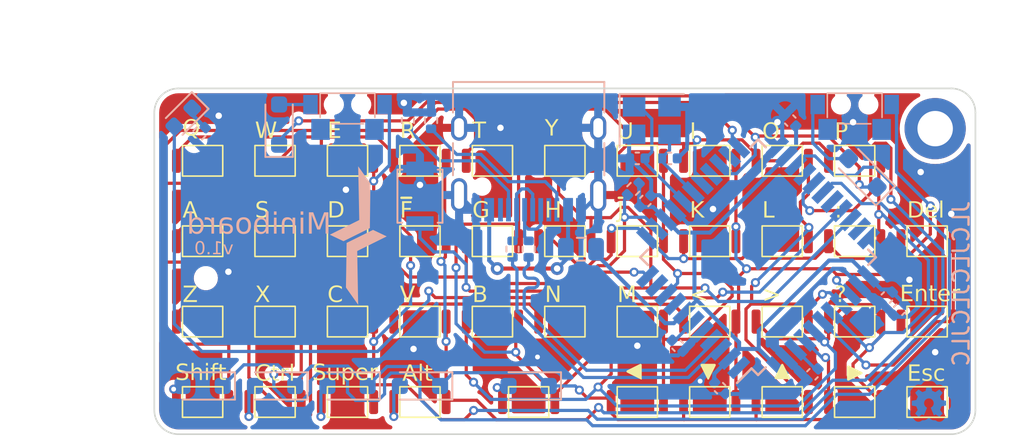
<source format=kicad_pcb>
(kicad_pcb (version 20221018) (generator pcbnew)
  (title_block (title "Miniboard") (rev "1.0") (comment 1 "MIT License (Open source hardware)"))
  (layers (0 "F.Cu" signal) (31 "B.Cu" signal) (34 "B.Paste" user) (35 "F.Paste" user) (36 "B.SilkS" user "B.Silkscreen") (37 "F.SilkS" user "F.Silkscreen") (38 "B.Mask" user) (39 "F.Mask" user) (44 "Edge.Cuts" user))
  (net 0 "")
  (net 1 "+5V")
  (net 2 "GND")
  (net 3 "ROW_0")
  (net 4 "ROW_1")
  (net 5 "ROW_2")
  (net 6 "ROW_3")
  (net 7 "ROW_4")
  (net 8 "VBUS")
  (net 9 "Net-(D1-A)")
  (net 10 "Net-(D2-A)")
  (net 11 "COL_0")
  (net 12 "COL_1")
  (net 13 "COL_2")
  (net 14 "COL_3")
  (net 15 "COL_4")
  (net 16 "COL_5")
  (net 17 "COL_6")
  (net 18 "COL_7")
  (net 19 "COL_8")
  (net 20 "COL_9")
  (net 21 "COL_10")
  (net 22 "Net-(D5-A)")
  (net 23 "Net-(D6-A)")
  (net 24 "Net-(D7-A)")
  (net 25 "Net-(J1-CC1)")
  (net 26 "Net-(J1-D+-PadA6)")
  (net 27 "Net-(J1-D--PadA7)")
  (net 29 "Net-(J1-CC2)")
  (net 31 "Net-(LD1-K)")
  (net 32 "LED")
  (net 33 "USB_D-")
  (net 34 "USB_D+")
  (net 35 "RESET")
  (net 36 "Net-(U1-XTAL1)")
  (net 37 "Net-(U1-XTAL2)")
  (net 38 "Net-(U1-AREF)")
  (net 39 "Net-(U1-UCAP)")
  (net 48 "Net-(D3-A)")
  (net 49 "Net-(D4-A)")
  (footprint "Miniboard:SW_1TS015A" (layer "F.Cu") (at 106.845 95.99 180)
    (fp_text reference "KEY36" hide)
    (fp_text value "SW_Push_45deg")
  )
  (footprint "Miniboard:SW_1TS015A" (layer "F.Cu") (at 138.345 85.99 180)
    (fp_text reference "KEY21" hide)
    (fp_text value "SW_Push_45deg")
  )
  (footprint "Miniboard:SW_1TS015A" (layer "F.Cu") (at 147.345 95.99 180)
    (fp_text reference "KEY44" hide)
    (fp_text value "SW_Push_45deg")
  )
  (footprint "Miniboard:SW_1TS015A" (layer "F.Cu") (at 133.845 85.99 180)
    (fp_text reference "KEY20" hide)
    (fp_text value "SW_Push_45deg")
  )
  (footprint "Miniboard:SW_1TS015A" (layer "F.Cu") (at 133.845 90.99 180)
    (fp_text reference "KEY31" hide)
    (fp_text value "SW_Push_45deg")
  )
  (footprint "Miniboard:SW_1TS015A" (layer "F.Cu") (at 129.345 80.99 180)
    (fp_text reference "KEY9" hide)
    (fp_text value "SW_Push_45deg")
  )
  (footprint "Miniboard:SW_1TS015A" (layer "F.Cu") (at 111.345 80.99 180)
    (fp_text reference "KEY5" hide)
    (fp_text value "SW_Push_45deg")
  )
  (footprint "Miniboard:SW_1TS015A" (layer "F.Cu") (at 129.345 85.99 180)
    (fp_text reference "KEY19" hide)
    (fp_text value "SW_Push_45deg")
  )
  (footprint "Miniboard:SW_1TS015A" (layer "F.Cu") (at 115.845 95.99 180)
    (fp_text reference "KEY38" hide)
    (fp_text value "SW_Push_45deg")
  )
  (footprint "Miniboard:SW_1TS015A" (layer "F.Cu") (at 102.345 90.99 180)
    (fp_text reference "KEY24" hide)
    (fp_text value "SW_Push_45deg")
  )
  (footprint "Miniboard:SW_1TS015A" (layer "F.Cu") (at 106.845 80.99 180)
    (fp_text reference "KEY4" hide)
    (fp_text value "SW_Push_45deg")
  )
  (footprint "Miniboard:SW_1TS015A" (layer "F.Cu") (at 122.595 95.99 180)
    (fp_text reference "KEY39" hide)
    (fp_text value "SW_Push_45deg")
  )
  (footprint "Miniboard:SW_1TS015A" (layer "F.Cu") (at 142.845 90.99 180)
    (fp_text reference "KEY33" hide)
    (fp_text value "SW_Push_45deg")
  )
  (footprint "Miniboard:SW_1TS015A" (layer "F.Cu") (at 129.345 95.99 180)
    (fp_text reference "KEY40" hide)
    (fp_text value "SW_Push_45deg")
  )
  (footprint "Miniboard:MountingHole" (layer "F.Cu") (at 102.545 88.29)
    (fp_text reference "H2" hide)
    (fp_text value "MountingHole" hide)
  )
  (footprint "Miniboard:SW_1TS015A" (layer "F.Cu") (at 138.345 80.99 180)
    (fp_text reference "KEY11" hide)
    (fp_text value "SW_Push_45deg")
  )
  (footprint "Miniboard:SW_1TS015A" (layer "F.Cu") (at 115.845 85.99 180)
    (fp_text reference "KEY16" hide)
    (fp_text value "SW_Push_45deg")
  )
  (footprint "Miniboard:SW_1TS015A" (layer "F.Cu") (at 142.845 95.99 180)
    (fp_text reference "KEY43" hide)
    (fp_text value "SW_Push_45deg")
  )
  (footprint "Miniboard:SW_1TS015A" (layer "F.Cu") (at 106.845 85.99 180)
    (fp_text reference "KEY14" hide)
    (fp_text value "SW_Push_45deg")
  )
  (footprint "Miniboard:SW_1TS015A" (layer "F.Cu") (at 138.345 95.99 180)
    (fp_text reference "KEY42" hide)
    (fp_text value "SW_Push_45deg")
  )
  (footprint "Miniboard:SW_1TS015A" (layer "F.Cu") (at 111.345 90.99 180)
    (fp_text reference "KEY26" hide)
    (fp_text value "SW_Push_45deg")
  )
  (footprint "Miniboard:SW_1TS015A" (layer "F.Cu") (at 142.845 80.99 180)
    (fp_text reference "KEY12" hide)
    (fp_text value "SW_Push_45deg")
  )
  (footprint "Miniboard:SW_1TS015A" (layer "F.Cu") (at 111.345 95.99 180)
    (fp_text reference "KEY37" hide)
    (fp_text value "SW_Push_45deg")
  )
  (footprint "Miniboard:SW_1TS015A" (layer "F.Cu") (at 147.345 85.99 180)
    (fp_text reference "KEY23" hide)
    (fp_text value "SW_Push_45deg")
  )
  (footprint "Miniboard:SW_1TS015A" (layer "F.Cu") (at 120.345 80.99 180)
    (fp_text reference "KEY7" hide)
    (fp_text value "SW_Push_45deg")
  )
  (footprint "Miniboard:SW_1TS015A" (layer "F.Cu") (at 115.845 90.99 180)
    (fp_text reference "KEY27" hide)
    (fp_text value "SW_Push_45deg")
  )
  (footprint "Miniboard:SW_1TS015A" (layer "F.Cu") (at 124.845 90.99 180)
    (fp_text reference "KEY29" hide)
    (fp_text value "SW_Push_45deg")
  )
  (footprint "MountingHole:MountingHole_2.2mm_M2_DIN965_Pad" (layer "F.Cu") (at 147.845 78.99)
    (fp_text reference "H1" hide)
    (fp_text value "MountingHole" hide)
  )
  (footprint "Miniboard:SW_1TS015A" (layer "F.Cu") (at 102.345 80.99 180)
    (fp_text reference "KEY3" hide)
    (fp_text value "SW_Push_45deg")
  )
  (footprint "Miniboard:SW_1TS015A" (layer "F.Cu") (at 102.345 85.99 180)
    (fp_text reference "KEY13" hide)
    (fp_text value "SW_Push_45deg")
  )
  (footprint "Miniboard:SW_1TS015A" (layer "F.Cu") (at 129.345 90.99 180)
    (fp_text reference "KEY30" hide)
    (fp_text value "SW_Push_45deg")
  )
  (footprint "Miniboard:SW_1TS015A" (layer "F.Cu") (at 106.845 90.99 180)
    (fp_text reference "KEY25" hide)
    (fp_text value "SW_Push_45deg")
  )
  (footprint "Miniboard:SW_1TS015A" (layer "F.Cu") (at 102.345 95.99 180)
    (fp_text reference "KEY35" hide)
    (fp_text value "SW_Push_45deg")
  )
  (footprint "Miniboard:SW_1TS015A" (layer "F.Cu") (at 120.345 90.99 180)
    (fp_text reference "KEY28" hide)
    (fp_text value "SW_Push_45deg")
  )
  (footprint "Miniboard:SW_1TS015A" (layer "F.Cu") (at 120.345 85.99 180)
    (fp_text reference "KEY17" hide)
    (fp_text value "SW_Push_45deg")
  )
  (footprint "Miniboard:SW_1TS015A" (layer "F.Cu") (at 115.845 80.99 180)
    (fp_text reference "KEY6" hide)
    (fp_text value "SW_Push_45deg")
  )
  (footprint "Miniboard:SW_1TS015A" (layer "F.Cu") (at 124.845 85.99 180)
    (fp_text reference "KEY18" hide)
    (fp_text value "SW_Push_45deg")
  )
  (footprint "Miniboard:SW_1TS015A" (layer "F.Cu") (at 147.345 90.99 180)
    (fp_text reference "KEY34" hide)
    (fp_text value "SW_Push_45deg")
  )
  (footprint "Miniboard:SW_1TS015A" (layer "F.Cu") (at 133.845 95.99 180)
    (fp_text reference "KEY41" hide)
    (fp_text value "SW_Push_45deg")
  )
  (footprint "Miniboard:SW_1TS015A" (layer "F.Cu") (at 133.845 80.99 180)
    (fp_text reference "KEY10" hide)
    (fp_text value "SW_Push_45deg")
  )
  (footprint "Miniboard:SW_1TS015A" (layer "F.Cu") (at 142.845 85.99 180)
    (fp_text reference "KEY22" hide)
    (fp_text value "SW_Push_45deg")
  )
  (footprint "Miniboard:SW_1TS015A" (layer "F.Cu") (at 138.345 90.99 180)
    (fp_text reference "KEY32" hide)
    (fp_text value "SW_Push_45deg")
  )
  (footprint "Miniboard:SW_1TS015A" (layer "F.Cu") (at 111.345 85.99 180)
    (fp_text reference "KEY15" hide)
    (fp_text value "SW_Push_45deg")
  )
  (footprint "Miniboard:SW_1TS015A" (layer "F.Cu") (at 124.845 80.99 180)
    (fp_text reference "KEY8" hide)
    (fp_text value "SW_Push_45deg")
  )
  (footprint "Miniboard:SW_2x4x3.5mm_side" (layer "B.Cu") (at 142.845 77.49 180)
    (fp_text reference "KEY2" hide)
    (fp_text value "SW_Push_45deg")
  )
  (footprint "Resistor_SMD:R_0402_1005Metric" (layer "B.Cu") (at 122.595 86.48 -90)
    (fp_text reference "R4" hide)
    (fp_text value "22")
  )
  (footprint "Crystal:Crystal_SMD_3225-4Pin_3.2x2.5mm" (layer "B.Cu") (at 130.245 78.49)
    (fp_text reference "Y1" hide)
    (fp_text value "16MHz")
  )
  (footprint "Capacitor_SMD:C_0402_1005Metric" (layer "B.Cu") (at 129.845 83.49 45)
    (fp_text reference "C4" hide)
    (fp_text value "100nF")
  )
  (footprint "Capacitor_SMD:C_0402_1005Metric" (layer "B.Cu") (at 144.845 89.49 -135)
    (fp_text reference "C3" hide)
    (fp_text value "100nF")
  )
  (footprint "Resistor_SMD:R_0402_1005Metric" (layer "B.Cu") (at 116.535 78.49 90)
    (fp_text reference "R2" hide)
    (fp_text value "5.1k")
  )
  (footprint "Resistor_SMD:R_0402_1005Metric" (layer "B.Cu") (at 129.095 82.74 -135)
    (fp_text reference "R5" hide)
    (fp_text value "10k")
  )
  (footprint "Resistor_SMD:R_0402_1005Metric" (layer "B.Cu") (at 102.145 79.29 -135)
    (fp_text reference "R6" hide)
    (fp_text value "5.1k")
  )
  (footprint "Resistor_SMD:R_0402_1005Metric" (layer "B.Cu") (at 115.095 78.49 90)
    (fp_text reference "R1" hide)
    (fp_text value "5.1k")
  )
  (footprint "Capacitor_SMD:C_0402_1005Metric" (layer "B.Cu") (at 138.845 78.49 135)
    (fp_text reference "C5" hide)
    (fp_text value "100nF")
  )
  (footprint "Diode_SMD:D_SOD-323_HandSoldering" (layer "B.Cu") (at 102.345 94.99 180)
    (fp_text reference "D3" hide)
    (fp_text value "1N4148")
  )
  (footprint "Connector_USB:USB_C_Receptacle_HRO_TYPE-C-31-M-12" (layer "B.Cu") (at 122.595 79.99)
    (fp_text reference "J1" hide)
    (fp_text value "USB_C_Receptacle_USB2.0")
  )
  (footprint "Diode_SMD:D_SOD-323_HandSoldering" (layer "B.Cu") (at 143.345 81.74 135)
    (fp_text reference "D2" hide)
    (fp_text value "1N4148")
  )
  (footprint "Package_QFP:TQFP-44_10x10mm_P0.8mm" (layer "B.Cu") (at 136.845 86.99 45)
    (fp_text reference "U1" hide)
    (fp_text value "ATmega32U4-A")
  )
  (footprint "Diode_SMD:D_SOD-323_HandSoldering" (layer "B.Cu") (at 111.345 94.99 180)
    (fp_text reference "D5" hide)
    (fp_text value "1N4148")
  )
  (footprint "Miniboard:SW_2x4x3.5mm_side" (layer "B.Cu") (at 111.345 77.49 180)
    (fp_text reference "KEY1" hide)
    (fp_text value "SW_Push_45deg")
  )
  (footprint "Button_Switch_SMD:SW_SPST_B3U-1000P" (layer "B.Cu") (at 115.845 83.19 -90)
    (fp_text reference "SW1" hide)
    (fp_text value "RESET")
  )
  (footprint "Capacitor_SMD:C_0402_1005Metric" (layer "B.Cu") (at 134.4844 95.1294 -45)
    (fp_text reference "C1" hide)
    (fp_text value "1uF")
  )
  (footprint "Capacitor_SMD:C_0402_1005Metric" (layer "B.Cu") (at 140.2226 94.2645 -135)
    (fp_text reference "C8" hide)
    (fp_text value "100nF")
  )
  (footprint "Capacitor_SMD:C_0402_1005Metric" (layer "B.Cu") (at 145.6128 90.2543 -135)
    (fp_text reference "C2" hide)
    (fp_text value "1uF")
  )
  (footprint "Fuse:Fuse_0805_2012Metric" (layer "B.Cu") (at 125.845 86.49)
    (fp_text reference "F1" hide)
    (fp_text value "500mA, 6V")
  )
  (footprint "Diode_SMD:D_SOD-323_HandSoldering" (layer "B.Cu") (at 122.595 94.99 180)
    (fp_text reference "D7" hide)
    (fp_text value "1N4148")
  )
  (footprint "Capacitor_SMD:C_0402_1005Metric" (layer "B.Cu") (at 131.845 92.49 -45)
    (fp_text reference "C9" hide)
    (fp_text value "1uF")
  )
  (footprint "Capacitor_SMD:C_0402_1005Metric" (layer "B.Cu") (at 131.345 80.84 180)
    (fp_text reference "C6" hide)
    (fp_text value "12pF")
  )
  (footprint "Resistor_SMD:R_0402_1005Metric" (layer "B.Cu") (at 121.595 86.48 -90)
    (fp_text reference "R3" hide)
    (fp_text value "22")
  )
  (footprint "LED_SMD:LED_0603_1608Metric" (layer "B.Cu") (at 101.145 78.29 -135)
    (fp_text reference "LD1" hide)
    (fp_text value "Blue")
  )
  (footprint "Diode_SMD:D_SOD-323_HandSoldering" (layer "B.Cu") (at 107.095 78.74 90)
    (fp_text reference "D1" hide)
    (fp_text value "1N4148")
  )
  (footprint "Diode_SMD:D_SOD-323_HandSoldering" (layer "B.Cu") (at 115.845 94.99 180)
    (fp_text reference "D6" hide)
    (fp_text value "1N4148")
  )
  (footprint "Diode_SMD:D_SOD-323_HandSoldering" (layer "B.Cu") (at 106.845 94.99 180)
    (fp_text reference "D4" hide)
    (fp_text value "1N4148")
  )
  (footprint "Capacitor_SMD:C_0402_1005Metric" (layer "B.Cu") (at 129.345 80.84)
    (fp_text reference "C7" hide)
    (fp_text value "12pF")
  )
  (gr_poly (pts (xy 147.32041 94.998512) (xy 147.319806 94.998557) (xy 147.319204 94.998631) (xy 147.318607 94.998733) (xy 147.318014 94.998863) (xy 147.317427 94.999019) (xy 147.316847 94.999202) (xy 147.316274 94.99941) (xy 147.315709 94.999643) (xy 147.315154 94.999899) (xy 147.314609 95.000178) (xy 147.314075 95.00048) (xy 147.313553 95.000804) (xy 147.313043 95.001148) (xy 147.312548 95.001512) (xy 147.312067 95.001896) (xy 147.311602 95.002299) (xy 147.311153 95.002719) (xy 147.310721 95.003157) (xy 147.310308 95.003611) (xy 147.309913 95.00408) (xy 147.309539 95.004565) (xy 147.309186 95.005064) (xy 147.308854 95.005576) (xy 147.308545 95.006101) (xy 147.30826 95.006638) (xy 147.307999 95.007186) (xy 147.307764 95.007745) (xy 147.307555 95.008313) (xy 147.307373 95.008891) (xy 147.307219 95.009477) (xy 147.307094 95.01007) (xy 147.25685 95.279993) (xy 147.256723 95.280591) (xy 147.256569 95.281191) (xy 147.256182 95.282393) (xy 147.255698 95.283592) (xy 147.255121 95.284779) (xy 147.25446 95.285946) (xy 147.25372 95.287086) (xy 147.252909 95.288191) (xy 147.252034 95.289254) (xy 147.2511 95.290265) (xy 147.250116 95.291218) (xy 147.249087 95.292104) (xy 147.24802 95.292916) (xy 147.246923 95.293646) (xy 147.245802 95.294286) (xy 147.245235 95.294569) (xy 147.244664 95.294828) (xy 147.24409 95.29506) (xy 147.243515 95.295264) (xy 147.062603 95.369321) (xy 147.061479 95.369816) (xy 147.060287 95.370229) (xy 147.059038 95.370562) (xy 147.057741 95.370814) (xy 147.056408 95.370987) (xy 147.055049 95.371082) (xy 147.053674 95.371098) (xy 147.052295 95.371038) (xy 147.05092 95.370901) (xy 147.049562 95.370688) (xy 147.048229 95.3704) (xy 147.046934 95.370038) (xy 147.045686 95.369602) (xy 147.044496 95.369093) (xy 147.043374 95.368513) (xy 147.042331 95.367861) (xy 146.816827 95.213111) (xy 146.816319 95.21278) (xy 146.815796 95.212475) (xy 146.815259 95.212196) (xy 146.814709 95.211942) (xy 146.814148 95.211713) (xy 146.813576 95.21151) (xy 146.812995 95.211332) (xy 146.812406 95.211179) (xy 146.81181 95.211052) (xy 146.811208 95.210949) (xy 146.809991 95.210817) (xy 146.808765 95.210784) (xy 146.807538 95.210849) (xy 146.806319 95.21101) (xy 146.805119 95.211267) (xy 146.803946 95.21162) (xy 146.803372 95.211831) (xy 146.802809 95.212066) (xy 146.802257 95.212325) (xy 146.801718 95.212606) (xy 146.801192 95.212911) (xy 146.800681 95.213239) (xy 146.800186 95.213589) (xy 146.799708 95.213963) (xy 146.799249 95.214359) (xy 146.798808 95.214778) (xy 146.608896 95.404691) (xy 146.608477 95.405131) (xy 146.608081 95.405591) (xy 146.607708 95.406069) (xy 146.607358 95.406564) (xy 146.607031 95.407075) (xy 146.606727 95.407601) (xy 146.606189 95.408694) (xy 146.605744 95.409832) (xy 146.605394 95.411006) (xy 146.605138 95.412208) (xy 146.604979 95.413428) (xy 146.604915 95.414656) (xy 146.604949 95.415884) (xy 146.605081 95.417102) (xy 146.605311 95.418302) (xy 146.60564 95.419473) (xy 146.605842 95.420045) (xy 146.606069 95.420606) (xy 146.606321 95.421156) (xy 146.606598 95.421693) (xy 146.606901 95.422217) (xy 146.607229 95.422725) (xy 146.75928 95.64434) (xy 146.759934 95.645387) (xy 146.760514 95.646511) (xy 146.76102 95.6477) (xy 146.761452 95.648946) (xy 146.761807 95.650236) (xy 146.762087 95.651562) (xy 146.76229 95.652913) (xy 146.762415 95.654279) (xy 146.762462 95.65565) (xy 146.762431 95.657015) (xy 146.76232 95.658364) (xy 146.762128 95.659687) (xy 146.761857 95.660975) (xy 146.761503 95.662215) (xy 146.761068 95.663399) (xy 146.76055 95.664517) (xy 146.680556 95.851143) (xy 146.680099 95.852289) (xy 146.679537 95.853425) (xy 146.678878 95.854543) (xy 146.678131 95.855637) (xy 146.677302 95.8567) (xy 146.676401 95.857726) (xy 146.675434 95.858708) (xy 146.67441 95.859638) (xy 146.673337 95.860511) (xy 146.672222 95.861319) (xy 146.671074 95.862055) (xy 146.6699 95.862714) (xy 146.668709 95.863287) (xy 146.667508 95.863769) (xy 146.666305 95.864152) (xy 146.665109 95.864431) (xy 146.40414 95.91296) (xy 146.403548 95.913088) (xy 146.402964 95.913245) (xy 146.402388 95.913429) (xy 146.40182 95.91364) (xy 146.401263 95.913877) (xy 146.400716 95.91414) (xy 146.40018 95.914427) (xy 146.399656 95.914737) (xy 146.398646 95.915424) (xy 146.397694 95.916194) (xy 146.396804 95.91704) (xy 146.395982 95.917955) (xy 146.395236 95.918932) (xy 146.394569 95.919964) (xy 146.39399 95.921044) (xy 146.393734 95.9216) (xy 146.393503 95.922165) (xy 146.393296 95.922738) (xy 146.393114 95.923319) (xy 146.392959 95.923907) (xy 146.39283 95.9245) (xy 146.392729 95.925099) (xy 146.392656 95.925701) (xy 146.392613 95.926307) (xy 146.392599 95.926914) (xy 146.392631 96.195504) (xy 146.392646 96.19611) (xy 146.392691 96.196715) (xy 146.392765 96.197317) (xy 146.392868 96.197915) (xy 146.392998 96.198508) (xy 146.393155 96.199096) (xy 146.393338 96.199677) (xy 146.393546 96.200251) (xy 146.393779 96.200817) (xy 146.394036 96.201373) (xy 146.394316 96.201919) (xy 146.394618 96.202455) (xy 146.394942 96.202978) (xy 146.395287 96.203488) (xy 146.395652 96.203985) (xy 146.396036 96.204467) (xy 146.396439 96.204933) (xy 146.396859 96.205383) (xy 146.397297 96.205816) (xy 146.397751 96.20623) (xy 146.398221 96.206625) (xy 146.398706 96.207) (xy 146.399204 96.207354) (xy 146.399716 96.207686) (xy 146.400241 96.207995) (xy 146.400778 96.20828) (xy 146.401325 96.208541) (xy 146.401883 96.208776) (xy 146.402451 96.208984) (xy 146.403027 96.209165) (xy 146.403612 96.209318) (xy 146.404204 96.209442) (xy 146.658759 96.256813) (xy 146.659359 96.256936) (xy 146.659959 96.257086) (xy 146.66056 96.257264) (xy 146.66116 96.257467) (xy 146.662355 96.257949) (xy 146.663536 96.258524) (xy 146.664695 96.259186) (xy 146.665826 96.259928) (xy 146.66692 96.260743) (xy 146.667969 96.261623) (xy 146.668966 96.262562) (xy 146.669904 96.263553) (xy 146.670775 96.264589) (xy 146.671571 96.265662) (xy 146.672285 96.266767) (xy 146.672909 96.267895) (xy 146.673435 96.26904) (xy 146.67366 96.269617) (xy 146.673857 96.270195) (xy 146.753327 96.468712) (xy 146.753818 96.469841) (xy 146.754228 96.471037) (xy 146.754557 96.472289) (xy 146.754806 96.473588) (xy 146.754975 96.474921) (xy 146.755066 96.47628) (xy 146.755079 96.477654) (xy 146.755015 96.479033) (xy 146.754876 96.480406) (xy 146.75466 96.481762) (xy 146.754371 96.483093) (xy 146.754008 96.484386) (xy 146.753572 96.485632) (xy 146.753063 96.486821) (xy 146.752484 96.487942) (xy 146.751835 96.488985) (xy 146.607229 96.699694) (xy 146.606898 96.700202) (xy 146.606593 96.700725) (xy 146.606314 96.701262) (xy 146.60606 96.701812) (xy 146.605831 96.702374) (xy 146.605628 96.702947) (xy 146.60545 96.703529) (xy 146.605297 96.704119) (xy 146.60517 96.704716) (xy 146.605067 96.705319) (xy 146.604935 96.706539) (xy 146.604902 96.707768) (xy 146.604967 96.708998) (xy 146.605128 96.710219) (xy 146.605386 96.711423) (xy 146.605738 96.712598) (xy 146.605949 96.713173) (xy 146.606184 96.713738) (xy 146.606443 96.714291) (xy 146.606724 96.714831) (xy 146.607029 96.715358) (xy 146.607357 96.715869) (xy 146.607707 96.716365) (xy 146.608081 96.716843) (xy 146.608477 96.717303) (xy 146.608896 96.717743) (xy 146.79884 96.907656) (xy 146.799278 96.908072) (xy 146.799735 96.908466) (xy 146.800211 96.908837) (xy 146.800704 96.909185) (xy 146.801213 96.909511) (xy 146.801738 96.909813) (xy 146.802828 96.91035) (xy 146.803964 96.910794) (xy 146.805137 96.911144) (xy 146.806338 96.9114) (xy 146.807558 96.911561) (xy 146.808786 96.911626) (xy 146.810015 96.911594) (xy 146.811234 96.911465) (xy 146.812434 96.911237) (xy 146.813605 96.910909) (xy 146.814178 96.910708) (xy 146.81474 96.910482) (xy 146.81529 96.91023) (xy 146.815827 96.909953) (xy 146.81635 96.909651) (xy 146.816858 96.909323) (xy 147.023853 96.767258) (xy 147.024893 96.76661) (xy 147.026008 96.766042) (xy 147.027186 96.765554) (xy 147.028418 96.765146) (xy 147.029693 96.764819) (xy 147.031002 96.764572) (xy 147.032334 96.764406) (xy 147.033679 96.764321) (xy 147.035027 96.764317) (xy 147.036368 96.764394) (xy 147.037692 96.764553) (xy 147.038988 96.764793) (xy 147.040247 96.765115) (xy 147.041458 96.76552) (xy 147.042611 96.766006) (xy 147.043696 96.766575) (xy 147.134978 96.815311) (xy 147.135523 96.815571) (xy 147.136074 96.815799) (xy 147.136628 96.815996) (xy 147.137184 96.816163) (xy 147.137743 96.816299) (xy 147.138302 96.816405) (xy 147.13886 96.816481) (xy 147.139418 96.816529) (xy 147.139973 96.816547) (xy 147.140526 96.816537) (xy 147.141074 96.816498) (xy 147.141618 96.816432) (xy 147.142155 96.816338) (xy 147.142686 96.816217) (xy 147.143209 96.816069) (xy 147.143723 96.815895) (xy 147.144227 96.815694) (xy 147.144721 96.815468) (xy 147.145203 96.815216) (xy 147.145672 96.814939) (xy 147.146128 96.814638) (xy 147.14657 96.814312) (xy 147.146996 96.813962) (xy 147.147406 96.813588) (xy 147.147798 96.813191) (xy 147.148172 96.812771) (xy 147.148527 96.812328) (xy 147.148862 96.811863) (xy 147.149175 96.811376) (xy 147.149467 96.810867) (xy 147.149735 96.810338) (xy 147.149979 96.809787) (xy 147.338178 96.355) (xy 147.338395 96.354434) (xy 147.338584 96.35386) (xy 147.338744 96.353278) (xy 147.338877 96.35269) (xy 147.338981 96.352096) (xy 147.339058 96.351498) (xy 147.339108 96.350897) (xy 147.339132 96.350294) (xy 147.339129 96.34969) (xy 147.3391 96.349086) (xy 147.339046 96.348482) (xy 147.338966 96.347882) (xy 147.338862 96.347284) (xy 147.338733 96.346691) (xy 147.33858 96.346103) (xy 147.338404 96.345522) (xy 147.338204 96.344949) (xy 147.337981 96.344384) (xy 147.337736 96.343829) (xy 147.337468 96.343285) (xy 147.337178 96.342753) (xy 147.336867 96.342234) (xy 147.336535 96.341729) (xy 147.336182 96.341239) (xy 147.335808 96.340766) (xy 147.335415 96.340309) (xy 147.335002 96.339872) (xy 147.334569 96.339454) (xy 147.334118 96.339056) (xy 147.333648 96.33868) (xy 147.333159 96.338327) (xy 147.332653 96.337998) (xy 147.309809 96.324012) (xy 147.308165 96.322965) (xy 147.306409 96.32177) (xy 147.304576 96.320452) (xy 147.302697 96.319039) (xy 147.300807 96.317556) (xy 147.298937 96.316029) (xy 147.297122 96.314484) (xy 147.295395 96.312947) (xy 147.280272 96.302596) (xy 147.26584 96.291357) (xy 147.252137 96.27927) (xy 147.239203 96.266374) (xy 147.227078 96.252707) (xy 147.2158 96.238309) (xy 147.20541 96.22322) (xy 147.195946 96.207477) (xy 147.187447 96.191122) (xy 147.179954 96.174191) (xy 147.173506 96.156726) (xy 147.168142 96.138765) (xy 147.163901 96.120346) (xy 147.160823 96.10151) (xy 147.158948 96.082295) (xy 147.158314 96.062741) (xy 147.1587 96.047455) (xy 147.159847 96.03237) (xy 147.161736 96.017505) (xy 147.164348 96.002877) (xy 147.167665 95.988506) (xy 147.171668 95.97441) (xy 147.176337 95.960609) (xy 147.181656 95.94712) (xy 147.187604 95.933962) (xy 147.194164 95.921154) (xy 147.201316 95.908715) (xy 147.209041 95.896663) (xy 147.217323 95.885018) (xy 147.22614 95.873797) (xy 147.235476 95.863019) (xy 147.245311 95.852703) (xy 147.255626 95.842868) (xy 147.266404 95.833532) (xy 147.277624 95.824714) (xy 147.289269 95.816432) (xy 147.301321 95.808706) (xy 147.313759 95.801554) (xy 147.326566 95.794995) (xy 147.339723 95.789046) (xy 147.353211 95.783728) (xy 147.367012 95.779058) (xy 147.381106 95.775055) (xy 147.395476 95.771739) (xy 147.410103 95.769126) (xy 147.424967 95.767238) (xy 147.440051 95.76609) (xy 147.455335 95.765704) (xy 147.470619 95.76609) (xy 147.485703 95.767238) (xy 147.500568 95.769126) (xy 147.515195 95.771739) (xy 147.529565 95.775055) (xy 147.54366 95.779058) (xy 147.557461 95.783728) (xy 147.57095 95.789046) (xy 147.584107 95.794995) (xy 147.596915 95.801554) (xy 147.609354 95.808706) (xy 147.621406 95.816432) (xy 147.633052 95.824714) (xy 147.644273 95.833532) (xy 147.655051 95.842868) (xy 147.665367 95.852703) (xy 147.675203 95.863019) (xy 147.684539 95.873797) (xy 147.693358 95.885018) (xy 147.70164 95.896663) (xy 147.709366 95.908715) (xy 147.716519 95.921154) (xy 147.723079 95.933962) (xy 147.729028 95.94712) (xy 147.734347 95.960609) (xy 147.739017 95.97441) (xy 147.74302 95.988506) (xy 147.746337 96.002877) (xy 147.748949 96.017505) (xy 147.750839 96.03237) (xy 147.751986 96.047455) (xy 147.752372 96.062741) (xy 147.752213 96.072558) (xy 147.751738 96.082295) (xy 147.750953 96.091948) (xy 147.749862 96.10151) (xy 147.748471 96.110978) (xy 147.746783 96.120346) (xy 147.744806 96.12961) (xy 147.742542 96.138765) (xy 147.739997 96.147805) (xy 147.737177 96.156726) (xy 147.734085 96.165523) (xy 147.730728 96.174191) (xy 147.727109 96.182726) (xy 147.723234 96.191122) (xy 147.714735 96.207477) (xy 147.70527 96.22322) (xy 147.694879 96.238309) (xy 147.683601 96.252707) (xy 147.671476 96.266374) (xy 147.658543 96.27927) (xy 147.644842 96.291357) (xy 147.630411 96.302596) (xy 147.615292 96.312947) (xy 147.613554 96.314484) (xy 147.611733 96.316029) (xy 147.60986 96.317556) (xy 147.607967 96.319039) (xy 147.606087 96.320452) (xy 147.604252 96.321769) (xy 147.602494 96.322965) (xy 147.600845 96.324012) (xy 147.578001 96.337998) (xy 147.577492 96.338327) (xy 147.577001 96.33868) (xy 147.576529 96.339056) (xy 147.576075 96.339454) (xy 147.575641 96.339872) (xy 147.575226 96.340309) (xy 147.574457 96.341239) (xy 147.57377 96.342234) (xy 147.573168 96.343285) (xy 147.572655 96.344384) (xy 147.572233 96.345522) (xy 147.571904 96.346691) (xy 147.571673 96.347882) (xy 147.571541 96.349086) (xy 147.571511 96.350294) (xy 147.571588 96.351498) (xy 147.571666 96.352096) (xy 147.571772 96.35269) (xy 147.571905 96.353278) (xy 147.572067 96.35386) (xy 147.572257 96.354434) (xy 147.572477 96.355) (xy 147.76069 96.809771) (xy 147.760935 96.810322) (xy 147.761204 96.810852) (xy 147.761495 96.811361) (xy 147.761809 96.811848) (xy 147.762144 96.812313) (xy 147.762499 96.812756) (xy 147.762874 96.813177) (xy 147.763267 96.813574) (xy 147.763677 96.813949) (xy 147.764103 96.814299) (xy 147.764545 96.814626) (xy 147.765002 96.814928) (xy 147.765472 96.815205) (xy 147.765954 96.815457) (xy 147.766448 96.815684) (xy 147.766953 96.815885) (xy 147.767468 96.81606) (xy 147.767991 96.816208) (xy 147.768522 96.816329) (xy 147.769059 96.816423) (xy 147.769603 96.81649) (xy 147.770151 96.816528) (xy 147.770704 96.816538) (xy 147.771259 96.81652) (xy 147.771816 96.816472) (xy 147.772374 96.816395) (xy 147.772933 96.816288) (xy 147.77349 96.816151) (xy 147.774046 96.815984) (xy 147.774599 96.815786) (xy 147.775148 96.815556) (xy 147.775692 96.815296) (xy 147.866974 96.766559) (xy 147.868056 96.765991) (xy 147.869207 96.765505) (xy 147.870417 96.765101) (xy 147.871675 96.76478) (xy 147.872971 96.76454) (xy 147.874295 96.764382) (xy 147.875636 96.764306) (xy 147.876985 96.764311) (xy 147.878331 96.764397) (xy 147.879664 96.764563) (xy 147.880974 96.76481) (xy 147.88225 96.765137) (xy 147.883483 96.765544) (xy 147.884662 96.766031) (xy 147.885777 96.766597) (xy 147.886817 96.767242) (xy 148.093796 96.909307) (xy 148.094305 96.909635) (xy 148.09483 96.909938) (xy 148.095368 96.910215) (xy 148.095919 96.910466) (xy 148.096482 96.910693) (xy 148.097055 96.910894) (xy 148.097637 96.91107) (xy 148.098228 96.911221) (xy 148.098825 96.911348) (xy 148.099428 96.911449) (xy 148.100647 96.911579) (xy 148.101876 96.911611) (xy 148.103104 96.911546) (xy 148.104324 96.911385) (xy 148.105525 96.911128) (xy 148.106699 96.910778) (xy 148.107272 96.910568) (xy 148.107835 96.910334) (xy 148.108387 96.910077) (xy 148.108926 96.909798) (xy 148.109451 96.909495) (xy 148.109962 96.909169) (xy 148.110456 96.908821) (xy 148.110932 96.90845) (xy 148.111391 96.908056) (xy 148.11183 96.90764) (xy 148.301774 96.717728) (xy 148.302191 96.717287) (xy 148.302586 96.716828) (xy 148.302959 96.716349) (xy 148.303308 96.715854) (xy 148.303635 96.715342) (xy 148.303939 96.714815) (xy 148.304477 96.713722) (xy 148.304922 96.712583) (xy 148.305273 96.711407) (xy 148.30553 96.710204) (xy 148.305691 96.708983) (xy 148.305756 96.707753) (xy 148.305724 96.706523) (xy 148.305593 96.705304) (xy 148.305364 96.704103) (xy 148.305035 96.702931) (xy 148.304833 96.702359) (xy 148.304605 96.701797) (xy 148.304352 96.701246) (xy 148.304074 96.700709) (xy 148.30377 96.700186) (xy 148.303441 96.699678) (xy 148.158851 96.488969) (xy 148.158196 96.487926) (xy 148.157613 96.486805) (xy 148.157101 96.485617) (xy 148.156662 96.48437) (xy 148.156297 96.483077) (xy 148.156006 96.481747) (xy 148.155791 96.48039) (xy 148.155651 96.479017) (xy 148.155587 96.477639) (xy 148.155601 96.476265) (xy 148.155692 96.474906) (xy 148.155862 96.473572) (xy 148.156112 96.472274) (xy 148.156441 96.471022) (xy 148.156852 96.469826) (xy 148.157343 96.468697) (xy 148.236814 96.27018) (xy 148.237009 96.269601) (xy 148.237233 96.269024) (xy 148.237758 96.267879) (xy 148.238382 96.266751) (xy 148.239097 96.265646) (xy 148.239895 96.264573) (xy 148.240768 96.263537) (xy 148.241709 96.262546) (xy 148.242709 96.261607) (xy 148.243761 96.260727) (xy 148.244858 96.259912) (xy 148.245991 96.259171) (xy 148.247152 96.258509) (xy 148.248334 96.257933) (xy 148.249529 96.257452) (xy 148.250729 96.257071) (xy 148.251329 96.25692) (xy 148.251927 96.256797) (xy 148.506482 96.209426) (xy 148.507075 96.209303) (xy 148.507661 96.20915) (xy 148.508239 96.208969) (xy 148.508807 96.20876) (xy 148.509366 96.208525) (xy 148.509914 96.208264) (xy 148.510451 96.207979) (xy 148.510976 96.20767) (xy 148.511488 96.207338) (xy 148.511987 96.206984) (xy 148.512941 96.206214) (xy 148.513833 96.205368) (xy 148.514656 96.204451) (xy 148.515404 96.203472) (xy 148.516072 96.202439) (xy 148.516653 96.201357) (xy 148.517142 96.200235) (xy 148.51735 96.199661) (xy 148.517533 96.19908) (xy 148.517689 96.198492) (xy 148.517819 96.197899) (xy 148.517921 96.197301) (xy 148.517995 96.196699) (xy 148.51804 96.196094) (xy 148.518055 96.195488) (xy 148.518071 95.926899) (xy 148.518056 95.926292) (xy 148.518011 95.925688) (xy 148.517937 95.925087) (xy 148.517835 95.92449) (xy 148.517706 95.923897) (xy 148.51755 95.923311) (xy 148.517368 95.922731) (xy 148.51716 95.922158) (xy 148.516928 95.921594) (xy 148.516672 95.921039) (xy 148.516393 95.920494) (xy 148.516092 95.91996) (xy 148.515769 95.919438) (xy 148.515425 95.918929) (xy 148.515061 95.918434) (xy 148.514678 95.917953) (xy 148.514275 95.917488) (xy 148.513855 95.917039) (xy 148.513418 95.916607) (xy 148.512964 95.916193) (xy 148.512495 95.915798) (xy 148.51201 95.915423) (xy 148.511511 95.915069) (xy 148.510999 95.914736) (xy 148.510473 95.914426) (xy 148.509936 95.91414) (xy 148.509387 95.913877) (xy 148.508828 95.91364) (xy 148.508258 95.913429) (xy 148.50768 95.913245) (xy 148.507093 95.913088) (xy 148.506498 95.91296) (xy 148.245545 95.864431) (xy 148.244945 95.864305) (xy 148.244343 95.864152) (xy 148.243136 95.863769) (xy 148.241932 95.863287) (xy 148.240738 95.862714) (xy 148.239563 95.862055) (xy 148.238414 95.861319) (xy 148.237299 95.860511) (xy 148.236226 95.859638) (xy 148.235203 95.858708) (xy 148.234238 95.857726) (xy 148.233338 95.8567) (xy 148.232512 95.855637) (xy 148.231767 95.854543) (xy 148.231111 95.853425) (xy 148.230552 95.852289) (xy 148.230312 95.851717) (xy 148.230098 95.851143) (xy 148.150088 95.664517) (xy 148.149573 95.663399) (xy 148.14914 95.662215) (xy 148.148789 95.660975) (xy 148.148519 95.659687) (xy 148.148328 95.658364) (xy 148.148218 95.657015) (xy 148.148186 95.65565) (xy 148.148233 95.654279) (xy 148.148357 95.652913) (xy 148.148558 95.651562) (xy 148.148836 95.650236) (xy 148.149189 95.648946) (xy 148.149617 95.6477) (xy 148.150119 95.646511) (xy 148.150694 95.645387) (xy 148.151343 95.64434) (xy 148.303409 95.422725) (xy 148.30374 95.422217) (xy 148.304045 95.421693) (xy 148.304324 95.421156) (xy 148.304578 95.420606) (xy 148.304806 95.420045) (xy 148.305009 95.419473) (xy 148.305186 95.418891) (xy 148.305339 95.418302) (xy 148.305466 95.417705) (xy 148.305568 95.417102) (xy 148.305699 95.415884) (xy 148.305731 95.414656) (xy 148.305665 95.413428) (xy 148.305503 95.412208) (xy 148.305246 95.411006) (xy 148.304893 95.409832) (xy 148.304682 95.409258) (xy 148.304447 95.408694) (xy 148.304189 95.408141) (xy 148.303908 95.407601) (xy 148.303604 95.407075) (xy 148.303277 95.406564) (xy 148.302927 95.406069) (xy 148.302555 95.405591) (xy 148.30216 95.405131) (xy 148.301742 95.404691) (xy 148.111814 95.214778) (xy 148.111375 95.214359) (xy 148.110916 95.213963) (xy 148.11044 95.213589) (xy 148.109946 95.213239) (xy 148.109435 95.212911) (xy 148.10891 95.212606) (xy 148.107819 95.212066) (xy 148.106683 95.21162) (xy 148.105509 95.211268) (xy 148.104308 95.21101) (xy 148.103088 95.210849) (xy 148.10186 95.210784) (xy 148.100631 95.210817) (xy 148.099412 95.210949) (xy 148.098212 95.211179) (xy 148.097039 95.21151) (xy 148.096466 95.211713) (xy 148.095903 95.211942) (xy 148.095352 95.212196) (xy 148.094814 95.212475) (xy 148.094289 95.21278) (xy 148.09378 95.213111) (xy 147.868291 95.367861) (xy 147.867251 95.368513) (xy 147.866132 95.369093) (xy 147.864943 95.369602) (xy 147.863697 95.370038) (xy 147.862403 95.3704) (xy 147.861072 95.370688) (xy 147.859714 95.370901) (xy 147.85834 95.371038) (xy 147.85696 95.371098) (xy 147.855584 95.371082) (xy 147.854224 95.370987) (xy 147.85289 95.370814) (xy 147.851592 95.370562) (xy 147.85034 95.370229) (xy 147.849146 95.369816) (xy 147.848019 95.369321) (xy 147.667091 95.295264) (xy 147.66594 95.294828) (xy 147.6648 95.294286) (xy 147.663677 95.293646) (xy 147.662579 95.292916) (xy 147.661512 95.292104) (xy 147.660484 95.291218) (xy 147.659499 95.290265) (xy 147.658567 95.289254) (xy 147.657692 95.288191) (xy 147.656882 95.287086) (xy 147.656143 95.285946) (xy 147.655483 95.284779) (xy 147.654907 95.283592) (xy 147.654423 95.282393) (xy 147.654037 95.281191) (xy 147.653757 95.279993) (xy 147.603528 95.01007) (xy 147.603403 95.009477) (xy 147.603249 95.008891) (xy 147.603067 95.008313) (xy 147.602858 95.007745) (xy 147.602623 95.007186) (xy 147.602362 95.006638) (xy 147.602077 95.006101) (xy 147.601768 95.005576) (xy 147.601437 95.005064) (xy 147.601083 95.004565) (xy 147.600315 95.003611) (xy 147.599471 95.002719) (xy 147.598557 95.001896) (xy 147.597582 95.001148) (xy 147.596551 95.00048) (xy 147.595473 94.999899) (xy 147.594919 94.999643) (xy 147.594355 94.99941) (xy 147.593783 94.999202) (xy 147.593203 94.999019) (xy 147.592618 94.998863) (xy 147.592026 94.998733) (xy 147.59143 94.998631) (xy 147.59083 94.998557) (xy 147.590227 94.998512) (xy 147.589622 94.998497) (xy 147.321017 94.998497)) (fill solid) (layer "B.Cu"))
  (gr_poly (pts (xy 112.074616 84.671982) (xy 110.243786 85.586609) (xy 111.095 85.99) (xy 112.733653 85.176977) (xy 112.768968 82.402793) (xy 112.007627 81.331017)) (fill solid) (layer "B.SilkS"))
  (gr_poly (pts (xy 111.28923 86.09535) (xy 111.247623 88.869447) (xy 112.006531 89.942946) (xy 111.94712 86.601838) (xy 113.780018 85.691365) (xy 112.929722 85.286046)) (fill solid) (layer "B.SilkS"))
  (gr_poly (pts (xy 143.245 94.19) (xy 142.445 94.59) (xy 142.445 93.79)) (stroke (width 0.15)) (fill solid) (layer "F.SilkS"))
  (gr_poly (pts (xy 133.745 94.49) (xy 133.345 93.69) (xy 134.145 93.69)) (stroke (width 0.15)) (fill solid) (layer "F.SilkS"))
  (gr_poly (pts (xy 128.745 94.09) (xy 129.545 93.69) (xy 129.545 94.49)) (stroke (width 0.15)) (fill solid) (layer "F.SilkS"))
  (gr_poly (pts (xy 138.345 93.69) (xy 138.745 94.49) (xy 137.945 94.49)) (stroke (width 0.15)) (fill solid) (layer "F.SilkS"))
  (gr_arc (start 148.845 76.49) (mid 149.90566 76.92934) (end 150.345 77.99) (stroke (width 0.1)) (layer "Edge.Cuts"))
  (gr_line (start 100.845 76.49) (end 148.845 76.49) (stroke (width 0.1)) (layer "Edge.Cuts"))
  (gr_arc (start 100.845 97.99) (mid 99.78434 97.55066) (end 99.345 96.49) (stroke (width 0.1)) (layer "Edge.Cuts"))
  (gr_line (start 150.345 77.99) (end 150.345 96.49) (stroke (width 0.1)) (layer "Edge.Cuts"))
  (gr_line (start 99.345 96.49) (end 99.345 77.99) (stroke (width 0.1)) (layer "Edge.Cuts"))
  (gr_arc (start 99.345 77.99) (mid 99.78434 76.92934) (end 100.845 76.49) (stroke (width 0.1)) (layer "Edge.Cuts"))
  (gr_arc (start 150.345 96.49) (mid 149.90566 97.55066) (end 148.845 97.99) (stroke (width 0.1)) (layer "Edge.Cuts"))
  (gr_line (start 148.845 97.99) (end 100.845 97.99) (stroke (width 0.1)) (layer "Edge.Cuts"))
  (gr_text "v${REVISION}" (at 103.045 86.94) (layer "B.SilkS") (effects (font (size 0.8 0.8) (thickness 0.15) italic) (justify bottom mirror)))
  (gr_text "${TITLE}" (at 105.845 85.74) (layer "B.SilkS") (effects (font (size 1.3 1.3)) (justify bottom mirror)))
  (gr_text "JLCJLCJLCJLC" (at 150.045 83.39 90) (layer "B.SilkS") (effects (font (size 1 1)) (justify left bottom mirror)))
  (gr_text "Y" (at 123.595 79.59) (layer "F.SilkS") (effects (font (size 1 1)) (justify left bottom)))
  (gr_text "T" (at 119.095 79.74) (layer "F.SilkS") (effects (font (size 1 1)) (justify left bottom)))
  (gr_text "S" (at 105.595 84.69) (layer "F.SilkS") (effects (font (size 1 1)) (justify left bottom)))
  (gr_text "G" (at 119.095 84.69) (layer "F.SilkS") (effects (font (size 1 1)) (justify left bottom)))
  (gr_text "Shift" (at 100.645 94.79) (layer "F.SilkS") (effects (font (size 1 1)) (justify left bottom)))
  (gr_text "K" (at 132.595 84.69) (layer "F.SilkS") (effects (font (size 1 1)) (justify left bottom)))
  (gr_text ":" (at 141.595 84.69) (layer "F.SilkS") (effects (font (size 1 1)) (justify left bottom)))
  (gr_text "D" (at 110.095 84.69) (layer "F.SilkS") (effects (font (size 1 1)) (justify left bottom)))
  (gr_text "~{J}" (at 128.095 84.69) (layer "F.SilkS") (effects (font (size 1 1)) (justify left bottom)))
  (gr_text "A" (at 101.095 84.69) (layer "F.SilkS") (effects (font (size 1 1)) (justify left bottom)))
  (gr_text "Del" (at 146.095 84.69) (layer "F.SilkS") (effects (font (size 1 1)) (justify left bottom)))
  (gr_text "?" (at 141.595 89.94) (layer "F.SilkS") (effects (font (size 1 1)) (justify left bottom)))
  (gr_text "I" (at 132.595 79.79) (layer "F.SilkS") (effects (font (size 1 1)) (justify left bottom)))
  (gr_text "Super" (at 109.145 94.79) (layer "F.SilkS") (effects (font (size 1 1)) (justify left bottom)))
  (gr_text "P" (at 141.595 79.79) (layer "F.SilkS") (effects (font (size 1 1)) (justify left bottom)))
  (gr_text "Q" (at 101.095 79.59) (layer "F.SilkS") (effects (font (size 1 1)) (justify left bottom)))
  (gr_text "N" (at 123.595 89.94) (layer "F.SilkS") (effects (font (size 1 1)) (justify left bottom)))
  (gr_text "V" (at 114.595 89.94) (layer "F.SilkS") (effects (font (size 1 1)) (justify left bottom)))
  (gr_text ">" (at 137.095 89.94) (layer "F.SilkS") (effects (font (size 1 1)) (justify left bottom)))
  (gr_text "M" (at 128.095 89.94) (layer "F.SilkS") (effects (font (size 1 1)) (justify left bottom)))
  (gr_text "L" (at 137.095 84.69) (layer "F.SilkS") (effects (font (size 1 1)) (justify left bottom)))
  (gr_text "Ctrl" (at 105.595 94.84) (layer "F.SilkS") (effects (font (size 1 1)) (justify left bottom)))
  (gr_text "Enter" (at 145.645 89.89) (layer "F.SilkS") (effects (font (size 1 1)) (justify left bottom)))
  (gr_text "Esc" (at 146.095 94.84) (layer "F.SilkS") (effects (font (size 1 1)) (justify left bottom)))
  (gr_text "X" (at 105.595 89.94) (layer "F.SilkS") (effects (font (size 1 1)) (justify left bottom)))
  (gr_text "O" (at 137.095 79.79) (layer "F.SilkS") (effects (font (size 1 1)) (justify left bottom)))
  (gr_text "R" (at 114.595 79.74) (layer "F.SilkS") (effects (font (size 1 1)) (justify left bottom)))
  (gr_text "E" (at 110.095 79.74) (layer "F.SilkS") (effects (font (size 1 1)) (justify left bottom)))
  (gr_text "U" (at 128.095 79.79) (layer "F.SilkS") (effects (font (size 1 1)) (justify left bottom)))
  (gr_text "W" (at 105.595 79.74) (layer "F.SilkS") (effects (font (size 1 1)) (justify left bottom)))
  (gr_text "Alt" (at 114.745 94.84) (layer "F.SilkS") (effects (font (size 1 1)) (justify left bottom)))
  (gr_text "B" (at 119.095 89.94) (layer "F.SilkS") (effects (font (size 1 1)) (justify left bottom)))
  (gr_text "C" (at 110.095 89.94) (layer "F.SilkS") (effects (font (size 1 1)) (justify left bottom)))
  (gr_text "~{F}" (at 114.595 84.69) (layer "F.SilkS") (effects (font (size 1 1)) (justify left bottom)))
  (gr_text "Z" (at 101.095 89.94) (layer "F.SilkS") (effects (font (size 1 1)) (justify left bottom)))
  (gr_text "H" (at 123.595 84.69) (layer "F.SilkS") (effects (font (size 1 1)) (justify left bottom)))
  (gr_text "<" (at 132.595 89.94) (layer "F.SilkS") (effects (font (size 1 1)) (justify left bottom)))
  (segment (start 129.484 83.8506) (end 129.4844 83.851) (width 0.25) (layer "B.Cu") (net 1))
  (segment (start 135.6674 92.2797) (end 135.6674 92.6931) (width 0.25) (layer "B.Cu") (net 1))
  (segment (start 135.4756 92.8849) (end 135.4753 92.8849) (width 0.25) (layer "B.Cu") (net 1))
  (segment (start 130.327 83.8656) (end 131.117 84.6565) (width 0.25) (layer "B.Cu") (net 1))
  (segment (start 139.2056 78.8506) (end 139.206 78.8506) (width 0.25) (layer "B.Cu") (net 1))
  (segment (start 135.0772 93.2833) (end 135.4756 92.8849) (width 0.25) (layer "B.Cu") (net 1))
  (segment (start 136.888146 92.69) (end 138.047082 93.848936) (width 0.25) (layer "B.Cu") (net 1))
  (segment (start 144.5019 88.99) (end 143.704 88.1921) (width 0.25) (layer "B.Cu") (net 1))
  (segment (start 134.124 94.2367) (end 134.124 94.5027) (width 0.25) (layer "B.Cu") (net 1))
  (segment (start 131.6136 91.09) (end 133.0457 89.6579) (width 0.25) (layer "B.Cu") (net 1))
  (segment (start 135.6674 92.2797) (end 133.0457 89.6579) (width 0.25) (layer "B.Cu") (net 1))
  (segment (start 129.4844 83.851) (end 129.499 83.8656) (width 0.25) (layer "B.Cu") (net 1))
  (segment (start 135.670483 92.69) (end 136.888146 92.69) (width 0.25) (layer "B.Cu") (net 1))
  (segment (start 138.6128 80.6967) (end 133.8562 85.4533) (width 0.25) (layer "B.Cu") (net 1))
  (segment (start 131.117 84.6565) (end 131.1174 84.6565) (width 0.25) (layer "B.Cu") (net 1))
  (segment (start 129.4844 83.851) (end 129.4844 83.8506) (width 0.25) (layer "B.Cu") (net 1))
  (segment (start 142.7027 87.1909) (end 141.2494 87.1909) (width 0.25) (layer "B.Cu") (net 1))
  (segment (start 129.499 83.8656) (end 130.327 83.8656) (width 0.25) (layer "B.Cu") (net 1))
  (segment (start 131.08105 91.09) (end 131.6136 91.09) (width 0.25) (layer "B.Cu") (net 1))
  (segment (start 132.8934 89.5057) (end 133.0457 89.6579) (width 0.25) (layer "B.Cu") (net 1))
  (segment (start 129.455624 83.779446) (end 129.505589 83.829411) (width 0.25) (layer "B.Cu") (net 1))
  (segment (start 132.8934 85.4533) (end 131.9143 85.4533) (width 0.25) (layer "B.Cu") (net 1))
  (segment (start 143.704 88.1921) (end 143.7039 88.1921) (width 0.25) (layer "B.Cu") (net 1))
  (segment (start 136.888146 91.552154) (end 136.888146 92.69) (width 0.25) (layer "B.Cu") (net 1))
  (segment (start 145.9734 89.8937) (end 145.927522 89.8937) (width 0.25) (layer "B.Cu") (net 1))
  (segment (start 132.8934 85.4533) (end 132.8934 89.5057) (width 0.25) (layer "B.Cu") (net 1))
  (segment (start 126.7825 86.49) (end 126.7825 86.79145) (width 0.25) (layer "B.Cu") (net 1))
  (segment (start 131.1174 84.6565) (end 131.9143 85.4533) (width 0.25) (layer "B.Cu") (net 1))
  (segment (start 134.124 94.5027) (end 134.124 94.7688) (width 0.25) (layer "B.Cu") (net 1))
  (segment (start 126.7825 86.79145) (end 131.08105 91.09) (width 0.25) (layer "B.Cu") (net 1))
  (segment (start 138.6129 80.6967) (end 138.6128 80.6967) (width 0.25) (layer "B.Cu") (net 1))
  (segment (start 129.455624 82.379376) (end 129.455624 83.779446) (width 0.25) (layer "B.Cu") (net 1))
  (segment (start 134.124 94.5027) (end 134.1238 94.5029) (width 0.25) (layer "B.Cu") (net 1))
  (segment (start 139.206 78.8506) (end 139.206 80.1039) (width 0.25) (layer "B.Cu") (net 1))
  (segment (start 143.7039 88.1921) (end 142.7027 87.1909) (width 0.25) (layer "B.Cu") (net 1))
  (segment (start 145.023822 88.99) (end 144.5019 88.99) (width 0.25) (layer "B.Cu") (net 1))
  (segment (start 141.2494 87.1909) (end 136.888146 91.552154) (width 0.25) (layer "B.Cu") (net 1))
  (segment (start 135.6674 92.6931) (end 135.4756 92.8849) (width 0.25) (layer "B.Cu") (net 1))
  (segment (start 135.077233 93.28325) (end 135.670483 92.69) (width 0.25) (layer "B.Cu") (net 1))
  (segment (start 134.1238 94.5029) (end 134.1238 94.7688) (width 0.25) (layer "B.Cu") (net 1))
  (segment (start 139.206 80.1039) (end 138.613 80.6968) (width 0.25) (layer "B.Cu") (net 1))
  (segment (start 145.927522 89.8937) (end 145.023822 88.99) (width 0.25) (layer "B.Cu") (net 1))
  (segment (start 138.613 80.6968) (end 138.6129 80.6967) (width 0.25) (layer "B.Cu") (net 1))
  (segment (start 135.077 93.2832) (end 134.124 94.2367) (width 0.25) (layer "B.Cu") (net 1))
  (segment (start 133.8562 85.4533) (end 132.8934 85.4533) (width 0.25) (layer "B.Cu") (net 1))
  (segment (start 135.4753 92.8849) (end 135.077 93.2832) (width 0.25) (layer "B.Cu") (net 1))
  (segment (start 148.2414 84.8936) (end 148.845 84.29) (width 0.25) (layer "F.Cu") (net 2))
  (segment (start 144.140952 78.59) (end 138.045 78.59) (width 0.25) (layer "F.Cu") (net 2))
  (segment (start 148.845 83.294048) (end 144.140952 78.59) (width 0.25) (layer "F.Cu") (net 2))
  (segment (start 146.245 88.39) (end 148.2414 86.3936) (width 0.25) (layer "F.Cu") (net 2))
  (segment (start 148.845 84.29) (end 148.845 83.294048) (width 0.25) (layer "F.Cu") (net 2))
  (segment (start 148.2414 86.3936) (end 148.2414 84.8936) (width 0.25) (layer "F.Cu") (net 2))
  (via (at 120.845 78.94) (size 0.8) (drill 0.4) (layers "F.Cu" "B.Cu") (net 2))
  (via (at 133.245 94.69) (size 0.56) (drill 0.3) (layers "F.Cu" "B.Cu") (net 2))
  (via (at 148.845 84.29) (size 0.8) (drill 0.4) (layers "F.Cu" "B.Cu") (net 2))
  (via (at 134.045 83.99) (size 0.8) (drill 0.4) (layers "F.Cu" "B.Cu") (net 2))
  (via (at 138.045 78.59) (size 0.8) (drill 0.4) (layers "F.Cu" "B.Cu") (net 2))
  (via (at 114.845 77.39) (size 0.8) (drill 0.4) (layers "F.Cu" "B.Cu") (net 2))
  (via (at 103.345 78.19) (size 0.8) (drill 0.4) (layers "F.Cu" "B.Cu") (net 2))
  (via (at 111.245 82.79) (size 0.8) (drill 0.4) (layers "F.Cu" "B.Cu") (net 2))
  (via (at 142.745 78.59) (size 0.8) (drill 0.4) (layers "F.Cu" "B.Cu") (net 2))
  (via (at 129.345 92.49) (size 0.8) (drill 0.4) (layers "F.Cu" "B.Cu") (net 2))
  (via (at 146.945 81.69) (size 0.8) (drill 0.4) (layers "F.Cu" "B.Cu") (net 2))
  (via (at 103.945 87.89) (size 0.8) (drill 0.4) (layers "F.Cu" "B.Cu") (net 2))
  (via (at 115.845 82.49) (size 0.8) (drill 0.4) (layers "F.Cu" "B.Cu") (net 2))
  (via (at 146.245 88.39) (size 0.8) (drill 0.4) (layers "F.Cu" "B.Cu") (net 2))
  (via (at 147.845 92.89) (size 0.8) (drill 0.4) (layers "F.Cu" "B.Cu") (net 2))
  (via (at 115.445 92.69) (size 0.8) (drill 0.4) (layers "F.Cu" "B.Cu") (net 2))
  (via (at 123.145 93.19) (size 0.56) (drill 0.3) (layers "F.Cu" "B.Cu") (net 2))
  (segment (start 128.835 79.65) (end 128.835 80.84) (width 0.25) (layer "B.Cu") (net 2))
  (segment (start 131.145 93.09) (end 130.545 92.49) (width 0.25) (layer "B.Cu") (net 2))
  (segment (start 114.381 83.12) (end 115.845 83.12) (width 0.25) (layer "B.Cu") (net 2))
  (segment (start 132.4219 77.64) (end 132.445 77.6631) (width 0.25) (layer "B.Cu") (net 2))
  (segment (start 131.683 84.0909) (end 131.6831 84.0909) (width 0.25) (layer "B.Cu") (net 2))
  (segment (start 133.3802 91.5862) (end 133.38 91.5862) (width 0.25) (layer "B.Cu") (net 2))
  (segment (start 130.722 83.1294) (end 131.683 84.0909) (width 0.25) (layer "B.Cu") (net 2))
  (segment (start 133.38 91.5862) (end 132.206 92.7607) (width 0.25) (layer "B.Cu") (net 2))
  (segment (start 110.415095 80.99) (end 103.123752 80.99) (width 0.25) (layer "B.Cu") (net 2))
  (segment (start 137.995 77.64) (end 131.345 77.64) (width 0.25) (layer "B.Cu") (net 2))
  (segment (start 133.2904 84.8877) (end 138.0471 80.131) (width 0.25) (layer "B.Cu") (net 2))
  (segment (start 139.862 94.6251) (end 139.862 94.5325) (width 0.25) (layer "B.Cu") (net 2))
  (segment (start 145.249 90.6149) (end 144.484 89.8506) (width 0.25) (layer "B.Cu") (net 2))
  (segment (start 145.252 90.6149) (end 145.2505 90.6149) (width 0.25) (layer "B.Cu") (net 2))
  (segment (start 139.4759 94.1463) (end 139.4759 94.1464) (width 0.25) (layer "B.Cu") (net 2))
  (segment (start 133.823811 95.468811) (end 134.823811 95.468811) (width 0.2) (layer "B.Cu") (net 2))
  (segment (start 115.845 82.49) (end 115.845 81.49) (width 0.25) (layer "B.Cu") (net 2))
  (segment (start 138.0157 92.6862) (end 138.0157 91.185) (width 0.25) (layer "B.Cu") (net 2))
  (segment (start 144.484 89.8506) (end 144.231 89.8506) (width 0.25) (layer "B.Cu") (net 2))
  (segment (start 145.252 90.6149) (end 145.2522 90.6149) (width 0.25) (layer "B.Cu") (net 2))
  (segment (start 138.0471 80.131) (end 138.0471 80.1311) (width 0.25) (layer "B.Cu") (net 2))
  (segment (start 146.7795 90.0806) (end 146.1701 90.69) (width 0.25) (layer "B.Cu") (net 2))
  (segment (start 138.0157 91.185) (end 141.4977 87.703) (width 0.25) (layer "B.Cu") (net 2))
  (segment (start 130.545 91.69) (end 127.145 88.29) (width 0.25) (layer "B.Cu") (net 2))
  (segment (start 116.745 76.99) (end 117.945 76.99) (width 0.25) (layer "B.Cu") (net 2))
  (segment (start 114.381 83.12) (end 118.275 83.12) (width 0.25) (layer "B.Cu") (net 2))
  (segment (start 126 84.035) (end 126.915 83.12) (width 0.25) (layer "B.Cu") (net 2))
  (segment (start 139.4759 94.1463) (end 138.613 93.2832) (width 0.25) (layer "B.Cu") (net 2))
  (segment (start 138.9971 95.49) (end 139.883189 94.603911) (width 0.25) (layer "B.Cu") (net 2))
  (segment (start 138.345 79.8331) (end 138.0471 80.131) (width 0.25) (layer "B.Cu") (net 2))
  (segment (start 119.345 84.035) (end 119.19 84.035) (width 0.25) (layer "B.Cu") (net 2))
  (segment (start 131.345 77.64) (end 132.4219 77.64) (width 0.25) (layer "B.Cu") (net 2))
  (segment (start 126.915 83.12) (end 126.915 80.79) (width 0.25) (layer "B.Cu") (net 2))
  (segment (start 146.245 88.39) (end 146.245 88.328982) (width 0.25) (layer "B.Cu") (net 2))
  (segment (start 127.145 88.29) (end 126.345 88.29) (width 0.25) (layer "B.Cu") (net 2))
  (segment (start 103.123752 80.99) (end 101.784376 79.650624) (width 0.25) (layer "B.Cu") (net 2))
  (segment (start 129.22 81.1928) (end 129.22 81.202609) (width 0.25) (layer "B.Cu") (net 2))
  (segment (start 128.835 80.8078) (end 129.22 81.1928) (width 0.25) (layer "B.Cu") (net 2))
  (segment (start 129.22 81.202609) (end 130.2056 82.188209) (width 0.25) (layer "B.Cu") (net 2))
  (segment (start 112.545095 83.12) (end 110.415095 80.99) (width 0.25) (layer "B.Cu") (net 2))
  (segment (start 116.535 77.98) (end 116.535 77.2) (width 0.25) (layer "B.Cu") (net 2))
  (segment (start 138.484 78.1294) (end 138.4145 78.1991) (width 0.25) (layer "B.Cu") (net 2))
  (segment (start 138.2147 92.8849) (end 138.2144 92.8849) (width 0.25) (layer "B.Cu") (net 2))
  (segment (start 138.4145 78.1991) (end 138.345 78.2688) (width 0.25) (layer "B.Cu") (net 2))
  (segment (start 144.4844 89.8506) (end 144.484 89.8506) (width 0.25) (layer "B.Cu") (net 2))
  (segment (start 146.245 88.328982) (end 143.703936 85.787918) (width 0.25) (layer "B.Cu") (net 2))
  (segment (start 114.9698 77.98) (end 115.095 77.98) (width 0.25) (layer "B.Cu") (net 2))
  (segment (start 145.3256 90.69) (end 145.2505 90.6149) (width 0.25) (layer "B.Cu") (net 2))
  (segment (start 138.4147 78.1991) (end 138.4844 78.1294) (width 0.25) (layer "B.Cu") (net 2))
  (segment (start 141.4977 87.703) (end 142.0835 87.703) (width 0.25) (layer "B.Cu") (net 2))
  (segment (start 129.145 79.34) (end 128.835 79.65) (width 0.25) (layer "B.Cu") (net 2))
  (segment (start 146.7795 88.9245) (end 146.7795 90.0806) (width 0.25) (layer "B.Cu") (net 2))
  (segment (start 138.484376 78.150624) (end 138.484376 78.129376) (width 0.25) (layer "B.Cu") (net 2))
  (segment (start 138.613 93.2832) (end 138.2147 92.8849) (width 0.25) (layer "B.Cu") (net 2))
  (segment (start 142.0835 87.703) (end 143.1383 88.7578) (width 0.25) (layer "B.Cu") (net 2))
  (segment (start 133.245 94.69) (end 133.245 94.89) (width 0.2) (layer "B.Cu") (net 2))
  (segment (start 114.381 83.12) (end 112.545095 83.12) (width 0.25) (layer "B.Cu") (net 2))
  (segment (start 116.535 77.2) (end 116.745 76.99) (width 0.25) (layer "B.Cu") (net 2))
  (segment (start 131.6831 84.0909) (end 132.4799 84.8877) (width 0.25) (layer "B.Cu") (net 2))
  (segment (start 138.2144 92.8849) (end 138.0157 92.6862) (width 0.25) (layer "B.Cu") (net 2))
  (segment (start 101.701847 79.568095) (end 101.784376 79.650624) (width 0.25) (layer "B.Cu") (net 2))
  (segment (start 125.845 87.79) (end 125.845 84.035) (width 0.25) (layer "B.Cu") (net 2))
  (segment (start 132.445 77.6631) (end 132.445 80.25) (width 0.25) (layer "B.Cu") (net 2))
  (segment (start 138.484376 78.129376) (end 137.995 77.64) (width 0.25) (layer "B.Cu") (net 2))
  (segment (start 143.6845 89.3042) (end 143.1383 88.758) (width 0.25) (layer "B.Cu") (net 2))
  (segment (start 119.19 84.035) (end 118.275 83.12) (width 0.25) (layer "B.Cu") (net 2))
  (segment (start 117.945 76.99) (end 118.275 77.32) (width 0.25) (layer "B.Cu") (net 2))
  (segment (start 120.845 78.94) (end 118.275 78.94) (width 0.25) (layer "B.Cu") (net 2))
  (segment (start 138.345 78.2688) (end 138.345 79.8331) (width 0.25) (layer "B.Cu") (net 2))
  (segment (start 145.2505 90.6149) (end 145.249 90.6149) (width 0.25) (layer "B.Cu") (net 2))
  (segment (start 134.845 95.49) (end 138.9971 95.49) (width 0.25) (layer "B.Cu") (net 2))
  (segment (start 125.845 84.035) (end 126 84.035) (width 0.25) (layer "B.Cu") (net 2))
  (segment (start 130.2056 83.1294) (end 130.722 83.1294) (width 0.25) (layer "B.Cu") (net 2))
  (segment (start 143.6845 89.3042) (end 143.138 88.7578) (width 0.25) (layer "B.Cu") (net 2))
  (segment (start 133.245 94.89) (end 133.823811 95.468811) (width 0.2) (layer "B.Cu") (net 2))
  (segment (start 139.862 94.6252) (end 139.862 94.6251) (width 0.25) (layer "B.Cu") (net 2))
  (segment (start 126.915 80.79) (end 126.915 78.94) (width 0.25) (layer "B.Cu") (net 2))
  (segment (start 146.1701 90.69) (end 145.3256 90.69) (width 0.25) (layer "B.Cu") (net 2))
  (segment (start 118.275 77.32) (end 118.275 78.3401) (width 0.25) (layer "B.Cu") (net 2))
  (segment (start 120.845 78.94) (end 126.915 78.94) (width 0.25) (layer "B.Cu") (net 2))
  (segment (start 138.6128 93.2833) (end 138.2144 92.8849) (width 0.25) (layer "B.Cu") (net 2))
  (segment (start 115.845 83.09) (end 115.845 82.49) (width 0.25) (layer "B.Cu") (net 2))
  (segment (start 132.445 80.25) (end 131.855 80.84) (width 0.25) (layer "B.Cu") (net 2))
  (segment (start 130.2056 82.188209) (end 130.2056 83.1294) (width 0.25) (layer "B.Cu") (net 2))
  (segment (start 130.545 92.49) (end 130.545 91.69) (width 0.25) (layer "B.Cu") (net 2))
  (segment (start 139.862 94.5325) (end 139.4759 94.1463) (width 0.25) (layer "B.Cu") (net 2))
  (segment (start 115.095 77.98) (end 116.535 77.98) (width 0.25) (layer "B.Cu") (net 2))
  (segment (start 115.845 83.12) (end 115.845 83.09) (width 0.25) (layer "B.Cu") (net 2))
  (segment (start 138.045 78.59) (end 138.484376 78.150624) (width 0.25) (layer "B.Cu") (net 2))
  (segment (start 144.231 89.8506) (end 143.6845 89.3042) (width 0.25) (layer "B.Cu") (net 2))
  (segment (start 143.1383 88.758) (end 143.1383 88.7578) (width 0.25) (layer "B.Cu") (net 2))
  (segment (start 126.965 80.84) (end 126.915 80.79) (width 0.25) (layer "B.Cu") (net 2))
  (segment (start 138.4145 78.1991) (end 138.4147 78.1991) (width 0.25) (layer "B.Cu") (net 2))
  (segment (start 126.345 88.29) (end 125.845 87.79) (width 0.25) (layer "B.Cu") (net 2))
  (segment (start 132.4799 84.8877) (end 133.2904 84.8877) (width 0.25) (layer "B.Cu") (net 2))
  (segment (start 132.206 92.7607) (end 131.8767 93.09) (width 0.25) (layer "B.Cu") (net 2))
  (segment (start 131.8767 93.09) (end 131.145 93.09) (width 0.25) (layer "B.Cu") (net 2))
  (segment (start 146.245 88.39) (end 146.7795 88.9245) (width 0.25) (layer "B.Cu") (net 2))
  (segment (start 128.835 80.84) (end 128.835 80.8078) (width 0.25) (layer "B.Cu") (net 2))
  (segment (start 128.835 80.84) (end 126.965 80.84) (width 0.25) (layer "B.Cu") (net 2))
  (segment (start 118.275 78.94) (end 118.275 78.3401) (width 0.25) (layer "B.Cu") (net 2))
  (segment (start 143.1317 81.3767) (end 143.1317 82.4734) (width 0.2) (layer "F.Cu") (net 3))
  (segment (start 115.096028 78.5076) (end 108.3129 78.5076) (width 0.2) (layer "F.Cu") (net 3))
  (segment (start 141.2056 79.4506) (end 143.1317 81.3767) (width 0.2) (layer "F.Cu") (net 3))
  (segment (start 134.0992 76.9542) (end 116.649428 76.9542) (width 0.2) (layer "F.Cu") (net 3))
  (segment (start 136.7436 79.4506) (end 141.2056 79.4506) (width 0.2) (layer "F.Cu") (net 3))
  (segment (start 136.6696 79.5246) (end 134.0992 76.9542) (width 0.2) (layer "F.Cu") (net 3))
  (segment (start 116.649428 76.9542) (end 115.096028 78.5076) (width 0.2) (layer "F.Cu") (net 3))
  (segment (start 136.6696 79.5246) (end 136.7436 79.4506) (width 0.2) (layer "F.Cu") (net 3))
  (via (at 108.3129 78.5076) (size 0.56) (drill 0.3) (layers "F.Cu" "B.Cu") (net 3))
  (via (at 143.1317 82.4734) (size 0.56) (drill 0.3) (layers "F.Cu" "B.Cu") (net 3))
  (via (at 136.6696 79.5246) (size 0.56) (drill 0.3) (layers "F.Cu" "B.Cu") (net 3))
  (segment (start 136.6696 79.5246) (end 136.6696 80.627353) (width 0.2) (layer "B.Cu") (net 3))
  (segment (start 107.095 79.7255) (end 108.3129 78.5076) (width 0.2) (layer "B.Cu") (net 3))
  (segment (start 135.0391 81.79) (end 134.5115 81.2624) (width 0.2) (layer "B.Cu") (net 3))
  (segment (start 136.6696 80.627353) (end 135.506953 81.79) (width 0.2) (layer "B.Cu") (net 3))
  (segment (start 107.095 79.99) (end 107.095 79.7255) (width 0.2) (layer "B.Cu") (net 3))
  (segment (start 135.506953 81.79) (end 135.0391 81.79) (width 0.2) (layer "B.Cu") (net 3))
  (segment (start 144.2289 82.6239) (end 143.2822 82.6239) (width 0.2) (layer "B.Cu") (net 3))
  (segment (start 143.2822 82.6239) (end 143.1317 82.4734) (width 0.2) (layer "B.Cu") (net 3))
  (segment (start 119.2974 79.9376) (end 119.7323 79.9376) (width 0.2) (layer "F.Cu") (net 4))
  (segment (start 138.545 80.99) (end 136.72 80.99) (width 0.2) (layer "F.Cu") (net 4))
  (segment (start 132.22 79.9268) (end 132.22 80.99) (width 0.2) (layer "F.Cu") (net 4))
  (segment (start 114.22 80.565) (end 114.22 80.99) (width 0.2) (layer "F.Cu") (net 4))
  (segment (start 109.72 80.99) (end 109.72 79.5342) (width 0.2) (layer "F.Cu") (net 4))
  (segment (start 119.2974 78.4018) (end 119.2974 79.9376) (width 0.2) (layer "F.Cu") (net 4))
  (segment (start 132.8127 79.9268) (end 132.22 79.9268) (width 0.2) (layer "F.Cu") (net 4))
  (segment (start 118.6699 77.7743) (end 119.2974 78.4018) (width 0.2) (layer "F.Cu") (net 4))
  (segment (start 100.72 80.515) (end 100.72 80.99) (width 0.2) (layer "F.Cu") (net 4))
  (segment (start 109.72 79.5342) (end 109.745 79.5092) (width 0.2) (layer "F.Cu") (net 4))
  (segment (start 135.845 79.69) (end 136.72 80.565) (width 0.2) (layer "F.Cu") (net 4))
  (segment (start 141.22 80.465) (end 140.6508 79.8958) (width 0.2) (layer "F.Cu") (net 4))
  (segment (start 133.0495 79.69) (end 132.8127 79.9268) (width 0.2) (layer "F.Cu") (net 4))
  (segment (start 114.22 80.515) (end 116.9607 77.7743) (width 0.2) (layer "F.Cu") (net 4))
  (segment (start 123.22 80.99) (end 123.22 80.7602) (width 0.2) (layer "F.Cu") (net 4))
  (segment (start 113.1642 79.5092) (end 114.22 80.565) (width 0.2) (layer "F.Cu") (net 4))
  (segment (start 132.22 79.9268) (end 128.7832 79.9268) (width 0.2) (layer "F.Cu") (net 4))
  (segment (start 105.245 79.5092) (end 101.7258 79.5092) (width 0.2) (layer "F.Cu") (net 4))
  (segment (start 128.7832 79.2476) (end 127.31 77.7744) (width 0.2) (layer "F.Cu") (net 4))
  (segment (start 105.22 80.99) (end 105.22 79.5342) (width 0.2) (layer "F.Cu") (net 4))
  (segment (start 139.6392 79.8958) (end 138.545 80.99) (width 0.2) (layer "F.Cu") (net 4))
  (segment (start 127.31 77.7744) (end 126.2058 77.7744) (width 0.2) (layer "F.Cu") (net 4))
  (segment (start 109.745 79.5092) (end 113.1642 79.5092) (width 0.2) (layer "F.Cu") (net 4))
  (segment (start 105.245 79.5092) (end 109.745 79.5092) (width 0.2) (layer "F.Cu") (net 4))
  (segment (start 122.3974 79.9376) (end 119.7323 79.9376) (width 0.2) (layer "F.Cu") (net 4))
  (segment (start 140.6508 79.8958) (end 139.6392 79.8958) (width 0.2) (layer "F.Cu") (net 4))
  (segment (start 101.7258 79.5092) (end 100.72 80.515) (width 0.2) (layer "F.Cu") (net 4))
  (segment (start 133.0495 79.69) (end 135.845 79.69) (width 0.2) (layer "F.Cu") (net 4))
  (segment (start 128.7832 79.9268) (end 127.72 80.99) (width 0.2) (layer "F.Cu") (net 4))
  (segment (start 105.22 79.5342) (end 105.245 79.5092) (width 0.2) (layer "F.Cu") (net 4))
  (segment (start 116.9607 77.7743) (end 118.6699 77.7743) (width 0.2) (layer "F.Cu") (net 4))
  (segment (start 118.72 80.99) (end 118.72 80.515) (width 0.2) (layer "F.Cu") (net 4))
  (segment (start 128.7832 79.9268) (end 128.7832 79.2476) (width 0.2) (layer "F.Cu") (net 4))
  (segment (start 118.72 80.515) (end 119.2974 79.9376) (width 0.2) (layer "F.Cu") (net 4))
  (segment (start 136.72 80.565) (end 136.72 80.99) (width 0.2) (layer "F.Cu") (net 4))
  (segment (start 123.22 80.7602) (end 122.3974 79.9376) (width 0.2) (layer "F.Cu") (net 4))
  (segment (start 141.22 80.99) (end 141.22 80.465) (width 0.2) (layer "F.Cu") (net 4))
  (segment (start 114.22 80.99) (end 114.22 80.515) (width 0.2) (layer "F.Cu") (net 4))
  (segment (start 126.2058 77.7744) (end 123.22 80.7602) (width 0.2) (layer "F.Cu") (net 4))
  (via (at 133.0495 79.69) (size 0.56) (drill 0.3) (layers "F.Cu" "B.Cu") (net 4))
  (segment (start 133.0495 79.69) (end 132.921078 79.818422) (width 0.2) (layer "B.Cu") (net 4))
  (segment (start 132.921078 79.818422) (end 132.921078 81.934678) (width 0.2) (layer "B.Cu") (net 4))
  (segment (start 132.921078 81.934678) (end 133.3802 82.3938) (width 0.2) (layer "B.Cu") (net 4))
  (segment (start 125.225314 88.6244) (end 119.550944 88.6244) (width 0.2) (layer "F.Cu") (net 5))
  (segment (start 109.72 85.99) (end 109.72 86.465) (width 0.2) (layer "F.Cu") (net 5))
  (segment (start 114.22 87.0459) (end 114.22 87.2859) (width 0.2) (layer "F.Cu") (net 5))
  (segment (start 127.745 85.965) (end 127.72 85.99) (width 0.2) (layer "F.Cu") (net 5))
  (segment (start 105.22 84.79) (end 105.22 85.99) (width 0.2) (layer "F.Cu") (net 5))
  (segment (start 114.22 87.2859) (end 115.1525 88.2184) (width 0.2) (layer "F.Cu") (net 5))
  (segment (start 105.22 85.99) (end 105.22 82.8419) (width 0.2) (layer "F.Cu") (net 5))
  (segment (start 105.22 82.8419) (end 108.1356 79.9263) (width 0.2) (layer "F.Cu") (net 5))
  (segment (start 141.22 86.2226) (end 141.22 85.99) (width 0.2) (layer "F.Cu") (net 5))
  (segment (start 101.445 84.79) (end 105.22 84.79) (width 0.2) (layer "F.Cu") (net 5))
  (segment (start 127.72 85.99) (end 127.72 86.847314) (width 0.2) (layer "F.Cu") (net 5))
  (segment (start 114.22 87.0459) (end 114.22 85.99) (width 0.2) (layer "F.Cu") (net 5))
  (segment (start 119.144944 88.2184) (end 118.545 88.2184) (width 0.2) (layer "F.Cu") (net 5))
  (segment (start 108.7785 79.9263) (end 109.095 80.2428) (width 0.2) (layer "F.Cu") (net 5))
  (segment (start 110.545 87.29) (end 114.2159 87.29) (width 0.2) (layer "F.Cu") (net 5))
  (segment (start 119.550944 88.6244) (end 119.144944 88.2184) (width 0.2) (layer "F.Cu") (net 5))
  (segment (start 114.2159 87.29) (end 114.22 87.2859) (width 0.2) (layer "F.Cu") (net 5))
  (segment (start 136.72 86.2025) (end 136.72 85.99) (width 0.2) (layer "F.Cu") (net 5))
  (segment (start 137.5654 87.0479) (end 140.3947 87.0479) (width 0.2) (layer "F.Cu") (net 5))
  (segment (start 109.72 86.465) (end 110.545 87.29) (width 0.2) (layer "F.Cu") (net 5))
  (segment (start 123.22 85.99) (end 124.151638 85.99) (width 0.2) (layer "F.Cu") (net 5))
  (segment (start 127.454014 87.1133) (end 126.736414 87.1133) (width 0.2) (layer "F.Cu") (net 5))
  (segment (start 142.0553 87.0579) (end 144.8559 87.0579) (width 0.2) (layer "F.Cu") (net 5))
  (segment (start 124.151638 85.99) (end 126.002357 87.840719) (width 0.2) (layer "F.Cu") (net 5))
  (segment (start 127.745 85.19) (end 127.745 85.965) (width 0.2) (layer "F.Cu") (net 5))
  (segment (start 135.8498 87.0727) (end 136.72 86.2025) (width 0.2) (layer "F.Cu") (net 5))
  (segment (start 109.72 85.565) (end 109.72 85.99) (width 0.2) (layer "F.Cu") (net 5))
  (segment (start 118.545 88.2184) (end 118.6916 88.2184) (width 0.2) (layer "F.Cu") (net 5))
  (segment (start 132.22 87.0727) (end 132.22 85.99) (width 0.2) (layer "F.Cu") (net 5))
  (segment (start 126.736414 87.1133) (end 125.225314 88.6244) (width 0.2) (layer "F.Cu") (net 5))
  (segment (start 109.095 84.94) (end 109.72 85.565) (width 0.2) (layer "F.Cu") (net 5))
  (segment (start 109.095 80.2428) (end 109.095 84.94) (width 0.2) (layer "F.Cu") (net 5))
  (segment (start 144.8559 87.0579) (end 145.72 86.1938) (width 0.2) (layer "F.Cu") (net 5))
  (segment (start 100.72 85.99) (end 100.72 85.515) (width 0.2) (layer "F.Cu") (net 5))
  (segment (start 118.6916 88.2184) (end 118.72 88.19) (width 0.2) (layer "F.Cu") (net 5))
  (segment (start 145.72 86.1938) (end 145.72 85.99) (width 0.2) (layer "F.Cu") (net 5))
  (segment (start 108.1356 79.9263) (end 108.7785 79.9263) (width 0.2) (layer "F.Cu") (net 5))
  (segment (start 141.22 86.2226) (end 142.0553 87.0579) (width 0.2) (layer "F.Cu") (net 5))
  (segment (start 132.22 87.0727) (end 135.8498 87.0727) (width 0.2) (layer "F.Cu") (net 5))
  (segment (start 127.72 86.847314) (end 127.454014 87.1133) (width 0.2) (layer "F.Cu") (net 5))
  (segment (start 136.72 86.2025) (end 137.5654 87.0479) (width 0.2) (layer "F.Cu") (net 5))
  (segment (start 140.3947 87.0479) (end 141.22 86.2226) (width 0.2) (layer "F.Cu") (net 5))
  (segment (start 100.72 85.515) (end 101.445 84.79) (width 0.2) (layer "F.Cu") (net 5))
  (segment (start 115.1525 88.2184) (end 118.545 88.2184) (width 0.2) (layer "F.Cu") (net 5))
  (segment (start 118.72 88.19) (end 118.72 85.99) (width 0.2) (layer "F.Cu") (net 5))
  (via (at 127.745 85.19) (size 0.56) (drill 0.3) (layers "F.Cu" "B.Cu") (net 5))
  (via (at 132.22 87.0727) (size 0.56) (drill 0.3) (layers "F.Cu" "B.Cu") (net 5))
  (segment (start 132.22 87.0727) (end 131.2709 87.0727) (width 0.2) (layer "B.Cu") (net 5))
  (segment (start 127.745 85.19) (end 129.388146 85.19) (width 0.2) (layer "B.Cu") (net 5))
  (segment (start 131.2709 87.0727) (end 129.9861 85.7879) (width 0.2) (layer "B.Cu") (net 5))
  (segment (start 129.388146 85.19) (end 129.986064 85.787918) (width 0.2) (layer "B.Cu") (net 5))
  (segment (start 141.0223 92.2557) (end 141.22 92.058) (width 0.2) (layer "F.Cu") (net 6))
  (segment (start 136.72 90.99) (end 137.788 92.058) (width 0.2) (layer "F.Cu") (net 6))
  (segment (start 122.318099 89.8968) (end 122.319901 89.8986) (width 0.2) (layer "F.Cu") (net 6))
  (segment (start 107.7974 97.0424) (end 108.7898 97.0424) (width 0.2) (layer "F.Cu") (net 6))
  (segment (start 123.22 90.63185) (end 123.22 90.99) (width 0.2) (layer "F.Cu") (net 6))
  (segment (start 122.319901 89.8986) (end 122.6536 89.8986) (width 0.2) (layer "F.Cu") (net 6))
  (segment (start 109.72 90.515) (end 110.3473 89.8877) (width 0.2) (layer "F.Cu") (net 6))
  (segment (start 127.72 94.2473) (end 126.9085 95.0588) (width 0.2) (layer "F.Cu") (net 6))
  (segment (start 114.22 89.9127) (end 114.245 89.8877) (width 0.2) (layer "F.Cu") (net 6))
  (segment (start 118.72 94.3048) (end 118.72 90.99) (width 0.2) (layer "F.Cu") (net 6))
  (segment (start 144.8177 89.9304) (end 145.72 90.8327) (width 0.2) (layer "F.Cu") (net 6))
  (segment (start 104.645 89.89) (end 105.22 90.465) (width 0.2) (layer "F.Cu") (net 6))
  (segment (start 127.72 90.99) (end 127.72 94.2473) (width 0.2) (layer "F.Cu") (net 6))
  (segment (start 109.72 91.5025) (end 109.72 90.99) (width 0.2) (layer "F.Cu") (net 6))
  (segment (start 140.9793 92.2557) (end 141.0223 92.2557) (width 0.2) (layer "F.Cu") (net 6))
  (segment (start 108.7898 97.0424) (end 109.0474 96.7848) (width 0.2) (layer "F.Cu") (net 6))
  (segment (start 137.788 92.058) (end 141.22 92.058) (width 0.2) (layer "F.Cu") (net 6))
  (segment (start 127.72 90.615) (end 128.4199 89.9151) (width 0.2) (layer "F.Cu") (net 6))
  (segment (start 132.22 90.565) (end 132.22 90.99) (width 0.2) (layer "F.Cu") (net 6))
  (segment (start 109.0474 96.7848) (end 109.0474 92.1751) (width 0.2) (layer "F.Cu") (net 6))
  (segment (start 105.22 90.465) (end 105.22 90.99) (width 0.2) (layer "F.Cu") (net 6))
  (segment (start 141.22 90.99) (end 142.2796 89.9304) (width 0.2) (layer "F.Cu") (net 6))
  (segment (start 116.623114 89.8877) (end 116.632215 89.8968) (width 0.2) (layer "F.Cu") (net 6))
  (segment (start 101.345 89.89) (end 104.645 89.89) (width 0.2) (layer "F.Cu") (net 6))
  (segment (start 131.5701 89.9151) (end 132.22 90.565) (width 0.2) (layer "F.Cu") (net 6))
  (segment (start 142.2796 89.9304) (end 144.8177 89.9304) (width 0.2) (layer "F.Cu") (net 6))
  (segment (start 116.632215 89.8968) (end 118.745 89.8968) (width 0.2) (layer "F.Cu") (net 6))
  (segment (start 145.72 90.8327) (end 145.72 90.99) (width 0.2) (layer "F.Cu") (net 6))
  (segment (start 105.22 90.99) (end 105.22 94.465) (width 0.2) (layer "F.Cu") (net 6))
  (segment (start 114.22 90.99) (end 114.22 89.9127) (width 0.2) (layer "F.Cu") (net 6))
  (segment (start 141.22 90.99) (end 141.22 92.058) (width 0.2) (layer "F.Cu") (net 6))
  (segment (start 118.72 90.99) (end 118.72 89.9218) (width 0.2) (layer "F.Cu") (net 6))
  (segment (start 119.1751 94.7599) (end 118.72 94.3048) (width 0.2) (layer "F.Cu") (net 6))
  (segment (start 118.72 89.9218) (end 118.745 89.8968) (width 0.2) (layer "F.Cu") (net 6))
  (segment (start 127.72 90.99) (end 127.72 90.615) (width 0.2) (layer "F.Cu") (net 6))
  (segment (start 109.0474 92.1751) (end 109.72 91.5025) (width 0.2) (layer "F.Cu") (net 6))
  (segment (start 100.72 90.99) (end 100.72 90.515) (width 0.2) (layer "F.Cu") (net 6))
  (segment (start 114.245 89.8877) (end 116.623114 89.8877) (width 0.2) (layer "F.Cu") (net 6))
  (segment (start 109.72 90.99) (end 109.72 90.515) (width 0.2) (layer "F.Cu") (net 6))
  (segment (start 100.72 90.515) (end 101.345 89.89) (width 0.2) (layer "F.Cu") (net 6))
  (segment (start 110.3473 89.8877) (end 114.245 89.8877) (width 0.2) (layer "F.Cu") (net 6))
  (segment (start 118.745 89.8968) (end 122.318099 89.8968) (width 0.2) (layer "F.Cu") (net 6))
  (segment (start 105.22 94.465) (end 107.7974 97.0424) (width 0.2) (layer "F.Cu") (net 6))
  (segment (start 123.22 90.465) (end 123.22 90.99) (width 0.2) (layer "F.Cu") (net 6))
  (segment (start 128.4199 89.9151) (end 131.5701 89.9151) (width 0.2) (layer "F.Cu") (net 6))
  (segment (start 122.6536 89.8986) (end 123.22 90.465) (width 0.2) (layer "F.Cu") (net 6))
  (via (at 140.9793 92.2557) (size 0.56) (drill 0.3) (layers "F.Cu" "B.Cu") (net 6))
  (via (at 126.9085 95.0588) (size 0.56) (drill 0.3) (layers "F.Cu" "B.Cu") (net 6))
  (via (at 119.1751 94.7599) (size 0.56) (drill 0.3) (layers "F.Cu" "B.Cu") (net 6))
  (segment (start 140.9793 92.2557) (end 141.6481 92.9245) (width 0.2) (layer "B.Cu") (net 6))
  (segment (start 120.2432 95.828) (end 126.1393 95.828) (width 0.2) (layer "B.Cu") (net 6))
  (segment (start 140.9793 92.2557) (end 140.3098 91.5862) (width 0.2) (layer "B.Cu") (net 6))
  (segment (start 126.1393 95.828) (end 126.9085 95.0588) (width 0.2) (layer "B.Cu") (net 6))
  (segment (start 141.6481 93.9044) (end 139.317 96.2355) (width 0.2) (layer "B.Cu") (net 6))
  (segment (start 141.6481 92.9245) (end 141.6481 93.9044) (width 0.2) (layer "B.Cu") (net 6))
  (segment (start 128.0852 96.2355) (end 126.9085 95.0588) (width 0.2) (layer "B.Cu") (net 6))
  (segment (start 119.1751 94.7599) (end 120.2432 95.828) (width 0.2) (layer "B.Cu") (net 6))
  (segment (start 139.317 96.2355) (end 128.0852 96.2355) (width 0.2) (layer "B.Cu") (net 6))
  (segment (start 141.22 97.0551) (end 141.245 97.0801) (width 0.2) (layer "F.Cu") (net 7))
  (segment (start 127.72 96.665) (end 127.72 95.99) (width 0.2) (layer "F.Cu") (net 7))
  (segment (start 132.22 97.0551) (end 132.245 97.0801) (width 0.2) (layer "F.Cu") (net 7))
  (segment (start 136.745 97.0801) (end 132.245 97.0801) (width 0.2) (layer "F.Cu") (net 7))
  (segment (start 127.4753 95.7453) (end 127.72 95.99) (width 0.2) (layer "F.Cu") (net 7))
  (segment (start 141.22 93.407279) (end 141.22 95.99) (width 0.2) (layer "F.Cu") (net 7))
  (segment (start 145.3549 97.0801) (end 141.245 97.0801) (width 0.2) (layer "F.Cu") (net 7))
  (segment (start 141.036019 93.223298) (end 141.22 93.407279) (width 0.2) (layer "F.Cu") (net 7))
  (segment (start 145.72 95.99) (end 145.72 96.715) (width 0.2) (layer "F.Cu") (net 7))
  (segment (start 136.72 95.99) (end 136.72 97.0551) (width 0.2) (layer "F.Cu") (net 7))
  (segment (start 136.72 97.0551) (end 136.745 97.0801) (width 0.2) (layer "F.Cu") (net 7))
  (segment (start 132.245 97.0801) (end 128.1351 97.0801) (width 0.2) (layer "F.Cu") (net 7))
  (segment (start 141.22 95.99) (end 141.22 97.0551) (width 0.2) (layer "F.Cu") (net 7))
  (segment (start 126.2418 95.7453) (end 127.4753 95.7453) (width 0.2) (layer "F.Cu") (net 7))
  (segment (start 132.22 95.99) (end 132.22 97.0551) (width 0.2) (layer "F.Cu") (net 7))
  (segment (start 125.745 95.2485) (end 126.2418 95.7453) (width 0.2) (layer "F.Cu") (net 7))
  (segment (start 145.72 96.715) (end 145.3549 97.0801) (width 0.2) (layer "F.Cu") (net 7))
  (segment (start 128.1351 97.0801) (end 127.72 96.665) (width 0.2) (layer "F.Cu") (net 7))
  (segment (start 141.245 97.0801) (end 136.745 97.0801) (width 0.2) (layer "F.Cu") (net 7))
  (via (at 125.745 95.2485) (size 0.56) (drill 0.3) (layers "F.Cu" "B.Cu") (net 7))
  (via (at 141.036019 93.223298) (size 0.56) (drill 0.3) (layers "F.Cu" "B.Cu") (net 7))
  (segment (start 141.036019 93.223298) (end 140.815498 93.223298) (width 0.2) (layer "B.Cu") (net 7))
  (segment (start 113.8014 93.7836) (end 115.8886 93.7836) (width 0.2) (layer "B.Cu") (net 7))
  (segment (start 107.0113 93.6765) (end 108.095 94.7602) (width 0.2) (layer "B.Cu") (net 7))
  (segment (start 123.0213 94.1663) (end 123.845 94.99) (width 0.2) (layer "B.Cu") (net 7))
  (segment (start 108.095 94.7602) (end 108.095 94.99) (width 0.2) (layer "B.Cu") (net 7))
  (segment (start 117.9187 94.1663) (end 123.0213 94.1663) (width 0.2) (layer "B.Cu") (net 7))
  (segment (start 125.745 95.2485) (end 125.4865 94.99) (width 0.2) (layer "B.Cu") (net 7))
  (segment (start 112.595 94.99) (end 113.8014 93.7836) (width 0.2) (layer "B.Cu") (net 7))
  (segment (start 112.595 94.99) (end 111.3594 93.7544) (width 0.2) (layer "B.Cu") (net 7))
  (segment (start 125.4865 94.99) (end 123.845 94.99) (width 0.2) (layer "B.Cu") (net 7))
  (segment (start 103.595 94.99) (end 104.9085 93.6765) (width 0.2) (layer "B.Cu") (net 7))
  (segment (start 109.1008 93.7544) (end 108.095 94.7602) (width 0.2) (layer "B.Cu") (net 7))
  (segment (start 104.9085 93.6765) (end 107.0113 93.6765) (width 0.2) (layer "B.Cu") (net 7))
  (segment (start 115.8886 93.7836) (end 117.095 94.99) (width 0.2) (layer "B.Cu") (net 7))
  (segment (start 117.095 94.99) (end 117.9187 94.1663) (width 0.2) (layer "B.Cu") (net 7))
  (segment (start 111.3594 93.7544) (end 109.1008 93.7544) (width 0.2) (layer "B.Cu") (net 7))
  (segment (start 140.815498 93.223298) (end 139.7441 92.1519) (width 0.2) (layer "B.Cu") (net 7))
  (segment (start 124.3618 87.6907) (end 120.6454 87.6907) (width 0.25) (layer "F.Cu") (net 8))
  (segment (start 124.3625 87.69) (end 124.3618 87.6907) (width 0.25) (layer "F.Cu") (net 8))
  (via (at 124.3625 87.69) (size 0.8) (drill 0.4) (layers "F.Cu" "B.Cu") (net 8))
  (via (at 120.6454 87.6907) (size 0.8) (drill 0.4) (layers "F.Cu" "B.Cu") (net 8))
  (segment (start 124.9075 87.145) (end 124.9075 86.49) (width 0.25) (layer "B.Cu") (net 8))
  (segment (start 125.045 86.3525) (end 124.908 86.49) (width 0.25) (layer "B.Cu") (net 8))
  (segment (start 125.045 84.035) (end 125.045 86.3525) (width 0.25) (layer "B.Cu") (net 8))
  (segment (start 124.3625 87.69) (end 124.9075 87.145) (width 0.25) (layer "B.Cu") (net 8))
  (segment (start 120.145 84.035) (end 120.145 87.1903) (width 0.25) (layer "B.Cu") (net 8))
  (segment (start 124.9075 86.49) (end 124.908 86.49) (width 0.25) (layer "B.Cu") (net 8))
  (segment (start 120.145 87.1903) (end 120.6454 87.6907) (width 0.25) (layer "B.Cu") (net 8))
  (segment (start 109.045 77.49) (end 107.095 77.49) (width 0.2) (layer "B.Cu") (net 9))
  (segment (start 142.4611 80.8561) (end 141.21775 80.8561) (width 0.2) (layer "B.Cu") (net 10))
  (segment (start 141.21775 80.8561) (end 140.2452 79.88355) (width 0.2) (layer "B.Cu") (net 10))
  (segment (start 140.2452 77.7898) (end 140.545 77.49) (width 0.2) (layer "B.Cu") (net 10))
  (segment (start 140.2452 79.88355) (end 140.2452 77.7898) (width 0.2) (layer "B.Cu") (net 10))
  (segment (start 100.045 91.83855) (end 100.59645 92.39) (width 0.2) (layer "F.Cu") (net 11))
  (segment (start 100.9579 79.1032) (end 100.045 80.0161) (width 0.2) (layer "F.Cu") (net 11))
  (segment (start 100.59645 92.39) (end 103.97 92.39) (width 0.2) (layer "F.Cu") (net 11))
  (segment (start 100.045 82.39) (end 100.045 91.83855) (width 0.2) (layer "F.Cu") (net 11))
  (segment (start 103.97 81.465) (end 103.0467 82.3883) (width 0.2) (layer "F.Cu") (net 11))
  (segment (start 103.0467 82.3883) (end 100.0467 82.3883) (width 0.2) (layer "F.Cu") (net 11))
  (segment (start 133.5192 77.3642) (end 116.805114 77.3642) (width 0.2) (layer "F.Cu") (net 11))
  (segment (start 115.066114 79.1032) (end 100.9579 79.1032) (width 0.2) (layer "F.Cu") (net 11))
  (segment (start 116.805114 77.3642) (end 115.066114 79.1032) (width 0.2) (layer "F.Cu") (net 11))
  (segment (start 103.97 86.465) (end 103.97 85.99) (width 0.2) (layer "F.Cu") (net 11))
  (segment (start 103.97 92.079) (end 103.97 90.99) (width 0.2) (layer "F.Cu") (net 11))
  (segment (start 135.245 79.09) (end 133.5192 77.3642) (width 0.2) (layer "F.Cu") (net 11))
  (segment (start 100.045 80.0161) (end 100.045 82.39) (width 0.2) (layer "F.Cu") (net 11))
  (segment (start 100.0467 82.3883) (end 100.045 82.39) (width 0.2) (layer "F.Cu") (net 11))
  (segment (start 103.97 80.99) (end 103.97 81.465) (width 0.2) (layer "F.Cu") (net 11))
  (segment (start 103.97 95.99) (end 103.97 92.079) (width 0.2) (layer "F.Cu") (net 11))
  (segment (start 100.045 87.29) (end 103.145 87.29) (width 0.2) (layer "F.Cu") (net 11))
  (segment (start 103.145 87.29) (end 103.97 86.465) (width 0.2) (layer "F.Cu") (net 11))
  (via (at 135.245 79.09) (size 0.56) (drill 0.3) (layers "F.Cu" "B.Cu") (net 11))
  (segment (start 135.245 79.7332) (end 135.6429 80.1311) (width 0.2) (layer "B.Cu") (net 11))
  (segment (start 135.245 79.09) (end 135.245 79.7332) (width 0.2) (layer "B.Cu") (net 11))
  (segment (start 108.47 94.2584) (end 108.47 90.99) (width 0.2) (layer "F.Cu") (net 12))
  (segment (start 108.47 94.2584) (end 108.47 95.99) (width 0.2) (layer "F.Cu") (net 12))
  (segment (start 108.47 90.99) (end 108.47 85.99) (width 0.2) (layer "F.Cu") (net 12))
  (segment (start 108.47 85.99) (end 108.47 80.99) (width 0.2) (layer "F.Cu") (net 12))
  (segment (start 108.47 94.2584) (end 106.7683 94.2584) (width 0.2) (layer "F.Cu") (net 12))
  (via (at 106.7683 94.2584) (size 0.56) (drill 0.3) (layers "F.Cu" "B.Cu") (net 12))
  (segment (start 113.645 95.49) (end 113.645 94.5833) (width 0.2) (layer "B.Cu") (net 12))
  (segment (start 141.738958 95.5106) (end 143.7582 95.5106) (width 0.2) (layer "B.Cu") (net 12))
  (segment (start 148.7254 85.9847) (end 144.1307 81.39) (width 0.2) (layer "B.Cu") (net 12))
  (segment (start 113.245 95.89) (end 113.645 95.49) (width 0.2) (layer "B.Cu") (net 12))
  (segment (start 115.845 95.79) (end 117.1497 97.0947) (width 0.2) (layer "B.Cu") (net 12))
  (segment (start 109.5412 94.1871) (end 110.8421 94.1871) (width 0.2) (layer "B.Cu") (net 12))
  (segment (start 117.1497 97.0947) (end 126.1983 97.0947) (width 0.2) (layer "B.Cu") (net 12))
  (segment (start 111.345 95.39) (end 111.845 95.89) (width 0.2) (layer "B.Cu") (net 12))
  (segment (start 143.4042 81.39) (end 142.9042 81.89) (width 0.2) (layer "B.Cu") (net 12))
  (segment (start 110.8421 94.1871) (end 111.345 94.69) (width 0.2) (layer "B.Cu") (net 12))
  (segment (start 115.2421 94.1871) (end 115.845 94.79) (width 0.2) (layer "B.Cu") (net 12))
  (segment (start 111.345 94.69) (end 111.345 95.39) (width 0.2) (layer "B.Cu") (net 12))
  (segment (start 139.7509 80.69) (end 139.1785 81.2624) (width 0.2) (layer "B.Cu") (net 12))
  (segment (start 115.845 94.79) (end 115.845 95.79) (width 0.2) (layer "B.Cu") (net 12))
  (segment (start 111.845 95.89) (end 113.245 95.89) (width 0.2) (layer "B.Cu") (net 12))
  (segment (start 148.7299 90.5389) (end 148.7299 86.7749) (width 0.2) (layer "B.Cu") (net 12))
  (segment (start 107.545 95.89) (end 108.545 95.89) (width 0.2) (layer "B.Cu") (net 12))
  (segment (start 106.7683 94.2584) (end 106.7683 95.1133) (width 0.2) (layer "B.Cu") (net 12))
  (segment (start 143.7582 95.5106) (end 148.7299 90.5389) (width 0.2) (layer "B.Cu") (net 12))
  (segment (start 148.7299 86.7749) (end 148.7254 86.7704) (width 0.2) (layer "B.Cu") (net 12))
  (segment (start 148.7254 86.7704) (end 148.7254 85.9847) (width 0.2) (layer "B.Cu") (net 12))
  (segment (start 114.0412 94.1871) (end 115.2421 94.1871) (width 0.2) (layer "B.Cu") (net 12))
  (segment (start 139.787458 97.4621) (end 141.738958 95.5106) (width 0.2) (layer "B.Cu") (net 12))
  (segment (start 141.5769 81.89) (end 140.3769 80.69) (width 0.2) (layer "B.Cu") (net 12))
  (segment (start 113.645 94.5833) (end 114.0412 94.1871) (width 0.2) (layer "B.Cu") (net 12))
  (segment (start 106.7683 95.1133) (end 107.545 95.89) (width 0.2) (layer "B.Cu") (net 12))
  (segment (start 109.045 95.39) (end 109.045 94.6833) (width 0.2) (layer "B.Cu") (net 12))
  (segment (start 144.1307 81.39) (end 143.4042 81.39) (width 0.2) (layer "B.Cu") (net 12))
  (segment (start 108.545 95.89) (end 109.045 95.39) (width 0.2) (layer "B.Cu") (net 12))
  (segment (start 126.5657 97.4621) (end 139.787458 97.4621) (width 0.2) (layer "B.Cu") (net 12))
  (segment (start 126.1983 97.0947) (end 126.5657 97.4621) (width 0.2) (layer "B.Cu") (net 12))
  (segment (start 142.9042 81.89) (end 141.5769 81.89) (width 0.2) (layer "B.Cu") (net 12))
  (segment (start 109.045 94.6833) (end 109.5412 94.1871) (width 0.2) (layer "B.Cu") (net 12))
  (segment (start 140.3769 80.69) (end 139.7509 80.69) (width 0.2) (layer "B.Cu") (net 12))
  (segment (start 114.9897 94.9174) (end 117.1535 97.0812) (width 0.2) (layer "F.Cu") (net 13))
  (segment (start 113.8459 84.9376) (end 112.97 85.8135) (width 0.2) (layer "F.Cu") (net 13))
  (segment (start 112.97 94.9174) (end 112.97 92.2316) (width 0.2) (layer "F.Cu") (net 13))
  (segment (start 112.97 84.0617) (end 113.8459 84.9376) (width 0.2) (layer "F.Cu") (net 13))
  (segment (start 112.97 85.8135) (end 112.97 85.99) (width 0.2) (layer "F.Cu") (net 13))
  (segment (start 144.7777 79.8985) (end 145.0952 80.216) (width 0.2) (layer "F.Cu") (net 13))
  (segment (start 143.845 82.99) (end 143.845 80.1778) (width 0.2) (layer "F.Cu") (net 13))
  (segment (start 143.845 80.1778) (end 144.1243 79.8985) (width 0.2) (layer "F.Cu") (net 13))
  (segment (start 118.611 97.0812) (end 119.1794 96.5128) (width 0.2) (layer "F.Cu") (net 13))
  (segment (start 145.0952 80.216) (end 145.0952 83.39) (width 0.2) (layer "F.Cu") (net 13))
  (segment (start 112.97 82.2485) (end 112.97 80.99) (width 0.2) (layer "F.Cu") (net 13))
  (segment (start 112.97 94.9174) (end 114.9897 94.9174) (width 0.2) (layer "F.Cu") (net 13))
  (segment (start 117.1535 97.0812) (end 118.611 97.0812) (width 0.2) (layer "F.Cu") (net 13))
  (segment (start 140.0555 84.09) (end 142.745 84.09) (width 0.2) (layer "F.Cu") (net 13))
  (segment (start 112.97 82.2485) (end 112.97 84.0617) (width 0.2) (layer "F.Cu") (net 13))
  (segment (start 112.97 90.99) (end 112.97 92.2316) (width 0.2) (layer "F.Cu") (net 13))
  (segment (start 114.5515 84.9376) (end 115.2624 85.6485) (width 0.2) (layer "F.Cu") (net 13))
  (segment (start 113.8459 84.9376) (end 114.5515 84.9376) (width 0.2) (layer "F.Cu") (net 13))
  (segment (start 142.745 84.09) (end 143.845 82.99) (width 0.2) (layer "F.Cu") (net 13))
  (segment (start 115.2624 85.6485) (end 115.2624 87.5016) (width 0.2) (layer "F.Cu") (net 13))
  (segment (start 112.97 95.99) (end 112.97 94.9174) (width 0.2) (layer "F.Cu") (net 13))
  (segment (start 144.1243 79.8985) (end 144.7777 79.8985) (width 0.2) (layer "F.Cu") (net 13))
  (via (at 112.97 92.2316) (size 0.56) (drill 0.3) (layers "F.Cu" "B.Cu") (net 13))
  (via (at 145.0952 83.39) (size 0.56) (drill 0.3) (layers "F.Cu" "B.Cu") (net 13))
  (via (at 140.0555 84.09) (size 0.56) (drill 0.3) (layers "F.Cu" "B.Cu") (net 13))
  (via (at 115.2624 87.5016) (size 0.56) (drill 0.3) (layers "F.Cu" "B.Cu") (net 13))
  (via (at 119.1794 96.5128) (size 0.56) (drill 0.3) (layers "F.Cu" "B.Cu") (net 13))
  (via (at 112.97 82.2485) (size 0.56) (drill 0.3) (layers "F.Cu" "B.Cu") (net 13))
  (segment (start 143.610614 95.0925) (end 141.591372 95.0925) (width 0.2) (layer "B.Cu") (net 13))
  (segment (start 113.945 77.79) (end 113.945 81.2735) (width 0.2) (layer "B.Cu") (net 13))
  (segment (start 146.1974 92.5031) (end 146.1974 92.505714) (width 0.2) (layer "B.Cu") (net 13))
  (segment (start 115.2624 89.9392) (end 115.2624 87.5016) (width 0.2) (layer "B.Cu") (net 13))
  (segment (start 126.8503 97.0602) (end 126.3029 96.5128) (width 0.2) (layer "B.Cu") (net 13))
  (segment (start 139.645 83.6795) (end 139.645 83.0586) (width 0.2) (layer "B.Cu") (net 13))
  (segment (start 126.3029 96.5128) (end 119.1794 96.5128) (width 0.2) (layer "B.Cu") (net 13))
  (segment (start 148.3254 86.6202) (end 148.3254 90.3751) (width 0.2) (layer "B.Cu") (net 13))
  (segment (start 145.0952 83.39) (end 148.3254 86.6202) (width 0.2) (layer "B.Cu") (net 13))
  (segment (start 139.623672 97.0602) (end 126.8503 97.0602) (width 0.2) (layer "B.Cu") (net 13))
  (segment (start 139.645 83.0586) (end 140.3098 82.3938) (width 0.2) (layer "B.Cu") (net 13))
  (segment (start 113.645 77.49) (end 113.945 77.79) (width 0.2) (layer "B.Cu") (net 13))
  (segment (start 148.3254 90.3751) (end 146.1974 92.5031) (width 0.2) (layer "B.Cu") (net 13))
  (segment (start 112.97 92.2316) (end 115.2624 89.9392) (width 0.2) (layer "B.Cu") (net 13))
  (segment (start 146.1974 92.505714) (end 143.610614 95.0925) (width 0.2) (layer "B.Cu") (net 13))
  (segment (start 140.0555 84.09) (end 139.645 83.6795) (width 0.2) (layer "B.Cu") (net 13))
  (segment (start 113.945 81.2735) (end 112.97 82.2485) (width 0.2) (layer "B.Cu") (net 13))
  (segment (start 141.591372 95.0925) (end 139.623672 97.0602) (width 0.2) (layer "B.Cu") (net 13))
  (segment (start 117.145 87.2467) (end 117.4244 86.9673) (width 0.2) (layer "F.Cu") (net 14))
  (segment (start 117.4244 86.9673) (end 117.4244 85.99) (width 0.2) (layer "F.Cu") (net 14))
  (segment (start 117.3788 85.9444) (end 117.3788 81.0812) (width 0.2) (layer "F.Cu") (net 14))
  (segment (start 117.4244 85.99) (end 117.3788 85.9444) (width 0.2) (layer "F.Cu") (net 14))
  (segment (start 117.47 90.99) (end 117.47 92.2227) (width 0.2) (layer "F.Cu") (net 14))
  (segment (start 120.5922 97.0923) (end 126.1752 97.0923) (width 0.2) (layer "F.Cu") (net 14))
  (segment (start 117.47 95.8822) (end 117.47 95.99) (width 0.2) (layer "F.Cu") (net 14))
  (segment (start 126.1752 97.0923) (end 126.9402 96.3273) (width 0.2) (layer "F.Cu") (net 14))
  (segment (start 117.47 92.2227) (end 117.47 95.8822) (width 0.2) (layer "F.Cu") (net 14))
  (segment (start 117.47 85.99) (end 117.4244 85.99) (width 0.2) (layer "F.Cu") (net 14))
  (segment (start 117.47 95.8822) (end 119.3821 95.8822) (width 0.2) (layer "F.Cu") (net 14))
  (segment (start 119.3821 95.8822) (end 120.5922 97.0923) (width 0.2) (layer "F.Cu") (net 14))
  (segment (start 117.3788 81.0812) (end 117.47 80.99) (width 0.2) (layer "F.Cu") (net 14))
  (via (at 126.9402 96.3273) (size 0.56) (drill 0.3) (layers "F.Cu" "B.Cu") (net 14))
  (via (at 117.145 87.2467) (size 0.56) (drill 0.3) (layers "F.Cu" "B.Cu") (net 14))
  (via (at 117.47 92.2227) (size 0.56) (drill 0.3) (layers "F.Cu" "B.Cu") (net 14))
  (segment (start 117.145 87.2467) (end 117.3969 87.4986) (width 0.2) (layer "B.Cu") (net 14))
  (segment (start 144.4907 83.6528) (end 147.8758 87.0379) (width 0.2) (layer "B.Cu") (net 14))
  (segment (start 142.0093 82.39) (end 143.2721 83.6528) (width 0.2) (layer "B.Cu") (net 14))
  (segment (start 143.2721 83.6528) (end 144.4907 83.6528) (width 0.2) (layer "B.Cu") (net 14))
  (segment (start 140.8755 82.9595) (end 141.445 82.39) (width 0.2) (layer "B.Cu") (net 14))
  (segment (start 141.445 82.39) (end 142.0093 82.39) (width 0.2) (layer "B.Cu") (net 14))
  (segment (start 117.3969 92.1496) (end 117.47 92.2227) (width 0.2) (layer "B.Cu") (net 14))
  (segment (start 147.8758 90.2564) (end 145.7974 92.3348) (width 0.2) (layer "B.Cu") (net 14))
  (segment (start 147.8758 87.0379) (end 147.8758 90.2564) (width 0.2) (layer "B.Cu") (net 14))
  (segment (start 141.482086 94.6361) (end 139.459886 96.6583) (width 0.2) (layer "B.Cu") (net 14))
  (segment (start 139.459886 96.6583) (end 127.2712 96.6583) (width 0.2) (layer "B.Cu") (net 14))
  (segment (start 145.7974 92.3348) (end 145.7974 92.340028) (width 0.2) (layer "B.Cu") (net 14))
  (segment (start 145.7974 92.340028) (end 143.501328 94.6361) (width 0.2) (layer "B.Cu") (net 14))
  (segment (start 127.2712 96.6583) (end 126.9402 96.3273) (width 0.2) (layer "B.Cu") (net 14))
  (segment (start 143.501328 94.6361) (end 141.482086 94.6361) (width 0.2) (layer "B.Cu") (net 14))
  (segment (start 117.3969 87.4986) (end 117.3969 92.1496) (width 0.2) (layer "B.Cu") (net 14))
  (segment (start 134.2937 89.5131) (end 127.60035 89.5131) (width 0.2) (layer "F.Cu") (net 15))
  (segment (start 118.391 84.9303) (end 121.97 84.9303) (width 0.2) (layer "F.Cu") (net 15))
  (segment (start 118.087 87.6384) (end 118.087 85.2343) (width 0.2) (layer "F.Cu") (net 15))
  (segment (start 134.6509 89.1559) (end 134.2937 89.5131) (width 0.2) (layer "F.Cu") (net 15))
  (segment (start 127.60035 89.5131) (end 127.095 90.01845) (width 0.2) (layer "F.Cu") (net 15))
  (segment (start 121.795 91.165) (end 121.97 90.99) (width 0.2) (layer "F.Cu") (net 15))
  (segment (start 121.795 92.89) (end 121.795 91.165) (width 0.2) (layer "F.Cu") (net 15))
  (segment (start 124.22 95.515) (end 124.22 95.99) (width 0.2) (layer "F.Cu") (net 15))
  (segment (start 121.795 92.89) (end 121.795 93.04) (width 0.2) (layer "F.Cu") (net 15))
  (segment (start 121.795 93.04) (end 124.22 95.465) (width 0.2) (layer "F.Cu") (net 15))
  (segment (start 127.095 92.64) (end 124.22 95.515) (width 0.2) (layer "F.Cu") (net 15))
  (segment (start 121.97 80.99) (end 121.97 85.99) (width 0.2) (layer "F.Cu") (net 15))
  (segment (start 124.22 95.465) (end 124.22 95.99) (width 0.2) (layer "F.Cu") (net 15))
  (segment (start 118.087 85.2343) (end 118.391 84.9303) (width 0.2) (layer "F.Cu") (net 15))
  (segment (start 127.095 90.01845) (end 127.095 92.64) (width 0.2) (layer "F.Cu") (net 15))
  (via (at 121.795 92.89) (size 0.56) (drill 0.3) (layers "F.Cu" "B.Cu") (net 15))
  (via (at 134.6509 89.1559) (size 0.56) (drill 0.3) (layers "F.Cu" "B.Cu") (net 15))
  (via (at 118.087 87.6384) (size 0.56) (drill 0.3) (layers "F.Cu" "B.Cu") (net 15))
  (segment (start 118.087 91.1145) (end 118.087 87.6384) (width 0.2) (layer "B.Cu") (net 15))
  (segment (start 136.9419 89.1559) (end 134.6509 89.1559) (width 0.2) (layer "B.Cu") (net 15))
  (segment (start 119.8625 92.89) (end 118.087 91.1145) (width 0.2) (layer "B.Cu") (net 15))
  (segment (start 142.0069 84.0909) (end 136.9419 89.1559) (width 0.2) (layer "B.Cu") (net 15))
  (segment (start 121.795 92.89) (end 119.8625 92.89) (width 0.2) (layer "B.Cu") (net 15))
  (segment (start 130.182 88.9001) (end 127.5349 88.9001) (width 0.2) (layer "F.Cu") (net 16))
  (segment (start 124.4569 82.2639) (end 125.7308 80.99) (width 0.2) (layer "F.Cu") (net 16))
  (segment (start 130.1836 85.301) (end 128.7644 83.8818) (width 0.2) (layer "F.Cu") (net 16))
  (segment (start 126.47 84.5273) (end 125.9666 84.5273) (width 0.2) (layer "F.Cu") (net 16))
  (segment (start 125.9666 84.5273) (end 124.4569 83.0176) (width 0.2) (layer "F.Cu") (net 16))
  (segment (start 128.3342 83.8818) (end 127.6887 84.5273) (width 0.2) (layer "F.Cu") (net 16))
  (segment (start 127.5349 88.9001) (end 126.47 89.965) (width 0.2) (layer "F.Cu") (net 16))
  (segment (start 127.6887 84.5273) (end 126.47 84.5273) (width 0.2) (layer "F.Cu") (net 16))
  (segment (start 126.47 89.965) (end 126.47 90.99) (width 0.2) (layer "F.Cu") (net 16))
  (segment (start 130.1836 88.8985) (end 130.1836 85.301) (width 0.2) (layer "F.Cu") (net 16))
  (segment (start 124.4569 83.0176) (end 124.4569 82.2639) (width 0.2) (layer "F.Cu") (net 16))
  (segment (start 126.47 84.5273) (end 126.47 85.99) (width 0.2) (layer "F.Cu") (net 16))
  (segment (start 125.7308 80.99) (end 126.47 80.99) (width 0.2) (layer "F.Cu") (net 16))
  (segment (start 128.7644 83.8818) (end 128.3342 83.8818) (width 0.2) (layer "F.Cu") (net 16))
  (segment (start 130.1836 88.8985) (end 133.5503 88.8985) (width 0.2) (layer "F.Cu") (net 16))
  (segment (start 130.1836 88.8985) (end 130.182 88.9001) (width 0.2) (layer "F.Cu") (net 16))
  (via (at 133.5503 88.8985) (size 0.56) (drill 0.3) (layers "F.Cu" "B.Cu") (net 16))
  (segment (start 134.3896 89.7378) (end 133.5503 88.8985) (width 0.2) (layer "B.Cu") (net 16))
  (segment (start 137.4913 89.7378) (end 134.3896 89.7378) (width 0.2) (layer "B.Cu") (net 16))
  (segment (start 142.5726 84.6565) (end 141.8288 85.4003) (width 0.2) (layer "B.Cu") (net 16))
  (segment (start 141.8288 85.4003) (end 137.4913 89.7378) (width 0.2) (layer "B.Cu") (net 16))
  (segment (start 135.2328 88.9149) (end 135.2328 89.4131) (width 0.2) (layer "F.Cu") (net 17))
  (segment (start 131.845 87.9986) (end 130.97 87.1236) (width 0.2) (layer "F.Cu") (net 17))
  (segment (start 130.97 95.99) (end 130.97 92.0933) (width 0.2) (layer "F.Cu") (net 17))
  (segment (start 135.2328 89.4131) (end 132.5526 92.0933) (width 0.2) (layer "F.Cu") (net 17))
  (segment (start 130.97 87.1236) (end 130.97 85.99) (width 0.2) (layer "F.Cu") (net 17))
  (segment (start 131.845 87.9986) (end 134.3165 87.9986) (width 0.2) (layer "F.Cu") (net 17))
  (segment (start 130.97 80.99) (end 130.97 85.99) (width 0.2) (layer "F.Cu") (net 17))
  (segment (start 134.3165 87.9986) (end 135.2328 88.9149) (width 0.2) (layer "F.Cu") (net 17))
  (segment (start 130.97 92.0933) (end 130.97 90.99) (width 0.2) (layer "F.Cu") (net 17))
  (segment (start 132.5526 92.0933) (end 130.97 92.0933) (width 0.2) (layer "F.Cu") (net 17))
  (via (at 131.845 87.9986) (size 0.56) (drill 0.3) (layers "F.Cu" "B.Cu") (net 17))
  (segment (start 131.845 88.595887) (end 131.117435 89.323452) (width 0.2) (layer "B.Cu") (net 17))
  (segment (start 131.845 87.9986) (end 131.845 88.595887) (width 0.2) (layer "B.Cu") (net 17))
  (segment (start 141.3658 87.7048) (end 141.7223 88.0613) (width 0.2) (layer "F.Cu") (net 18))
  (segment (start 136.1308 87.7048) (end 141.3658 87.7048) (width 0.2) (layer "F.Cu") (net 18))
  (segment (start 135.47 84.9574) (end 135.47 85.99) (width 0.2) (layer "F.Cu") (net 18))
  (segment (start 135.47 80.99) (end 135.47 84.9574) (width 0.2) (layer "F.Cu") (net 18))
  (segment (start 147.545 83.79) (end 147.545 85.5484) (width 0.2) (layer "F.Cu") (net 18))
  (segment (start 147.545 85.5484) (end 145.0321 88.0613) (width 0.2) (layer "F.Cu") (net 18))
  (segment (start 135.47 84.9574) (end 135.47 85.09) (width 0.2) (layer "F.Cu") (net 18))
  (segment (start 135.6347 90.8253) (end 135.6347 88.2009) (width 0.2) (layer "F.Cu") (net 18))
  (segment (start 145.0321 88.0613) (end 141.7223 88.0613) (width 0.2) (layer "F.Cu") (net 18))
  (segment (start 141.7223 88.0613) (end 141.7223 88.4179) (width 0.2) (layer "F.Cu") (net 18))
  (segment (start 135.6347 88.2009) (end 136.1308 87.7048) (width 0.2) (layer "F.Cu") (net 18))
  (segment (start 135.47 90.99) (end 135.6347 90.8253) (width 0.2) (layer "F.Cu") (net 18))
  (segment (start 135.47 95.99) (end 135.47 90.99) (width 0.2) (layer "F.Cu") (net 18))
  (via (at 141.7223 88.4179) (size 0.56) (drill 0.3) (layers "F.Cu" "B.Cu") (net 18))
  (via (at 136.1308 87.7048) (size 0.56) (drill 0.3) (layers "F.Cu" "B.Cu") (net 18))
  (via (at 135.47 85.09) (size 0.56) (drill 0.3) (layers "F.Cu" "B.Cu") (net 18))
  (via (at 147.545 83.79) (size 0.56) (drill 0.3) (layers "F.Cu" "B.Cu") (net 18))
  (segment (start 142.5726 89.3235) (end 141.7223 88.4732) (width 0.2) (layer "B.Cu") (net 18))
  (segment (start 145.445 77.79) (end 145.145 77.49) (width 0.2) (layer "B.Cu") (net 18))
  (segment (start 147.545 83.79) (end 145.445 81.69) (width 0.2) (layer "B.Cu") (net 18))
  (segment (start 141.7223 88.4732) (end 141.7223 88.4179) (width 0.2) (layer "B.Cu") (net 18))
  (segment (start 135.47 85.09) (end 135.47 87.044) (width 0.2) (layer "B.Cu") (net 18))
  (segment (start 145.445 81.69) (end 145.445 77.79) (width 0.2) (layer "B.Cu") (net 18))
  (segment (start 135.47 87.044) (end 136.1308 87.7048) (width 0.2) (layer "B.Cu") (net 18))
  (segment (start 139.97 90.1601) (end 139.7083 89.8984) (width 0.2) (layer "F.Cu") (net 19))
  (segment (start 136.095 90.205) (end 136.095 92.115) (width 0.2) (layer "F.Cu") (net 19))
  (segment (start 136.445 88.7969) (end 136.6789 88.563) (width 0.2) (layer "F.Cu") (net 19))
  (segment (start 136.4016 89.8984) (end 136.095 90.205) (width 0.2) (layer "F.Cu") (net 19))
  (segment (start 136.6789 89.8984) (end 136.4016 89.8984) (width 0.2) (layer "F.Cu") (net 19))
  (segment (start 139.7083 89.8984) (end 136.6789 89.8984) (width 0.2) (layer "F.Cu") (net 19))
  (segment (start 136.445 89.855) (end 136.445 88.7969) (width 0.2) (layer "F.Cu") (net 19))
  (segment (start 139.97 83.065) (end 139.476 83.559) (width 0.2) (layer "F.Cu") (net 19))
  (segment (start 136.095 92.115) (end 139.97 95.99) (width 0.2) (layer "F.Cu") (net 19))
  (segment (start 139.476 83.559) (end 139.476 84.6137) (width 0.2) (layer "F.Cu") (net 19))
  (segment (start 136.4016 89.8984) (end 136.445 89.855) (width 0.2) (layer "F.Cu") (net 19))
  (segment (start 139.97 90.99) (end 139.97 90.1601) (width 0.2) (layer "F.Cu") (net 19))
  (segment (start 140.84505 89.29005) (end 139.97 90.1651) (width 0.2) (layer "F.Cu") (net 19))
  (segment (start 139.97 90.1651) (end 139.97 90.99) (width 0.2) (layer "F.Cu") (net 19))
  (segment (start 139.97 80.99) (end 139.97 83.065) (width 0.2) (layer "F.Cu") (net 19))
  (segment (start 139.476 84.6137) (end 139.99845 85.13615) (width 0.2) (layer "F.Cu") (net 19))
  (via (at 136.6789 88.563) (size 0.56) (drill 0.3) (layers "F.Cu" "B.Cu") (net 19))
  (via (at 140.84505 89.29005) (size 0.56) (drill 0.3) (layers "F.Cu" "B.Cu") (net 19))
  (via (at 139.99845 85.13615) (size 0.56) (drill 0.3) (layers "F.Cu" "B.Cu") (net 19))
  (segment (start 136.6789 88.563) (end 139.99845 85.24345) (width 0.2) (layer "B.Cu") (net 19))
  (segment (start 141.3078 89.19) (end 142.0069 89.8891) (width 0.2) (layer "B.Cu") (net 19))
  (segment (start 140.84505 89.29005) (end 140.9451 89.19) (width 0.2) (layer "B.Cu") (net 19))
  (segment (start 140.9451 89.19) (end 141.3078 89.19) (width 0.2) (layer "B.Cu") (net 19))
  (segment (start 139.99845 85.24345) (end 139.99845 85.13615) (width 0.2) (layer "B.Cu") (net 19))
  (segment (start 144.3422 84.2633) (end 144.3422 81.1178) (width 0.2) (layer "F.Cu") (net 20))
  (segment (start 142.745 94.265) (end 144.47 95.99) (width 0.2) (layer "F.Cu") (net 20))
  (segment (start 144.3422 84.3911) (end 144.4061 84.3272) (width 0.2) (layer "F.Cu") (net 20))
  (segment (start 144.3422 85.8622) (end 144.3422 84.3911) (width 0.2) (layer "F.Cu") (net 20))
  (segment (start 144.47 85.99) (end 144.3422 85.8622) (width 0.2) (layer "F.Cu") (net 20))
  (segment (start 144.47 91.8965) (end 144.47 90.99) (width 0.2) (layer "F.Cu") (net 20))
  (segment (start 143.76075 92.60575) (end 144.47 91.8965) (width 0.2) (layer "F.Cu") (net 20))
  (segment (start 144.3422 84.3272) (end 144.4061 84.3272) (width 0.2) (layer "F.Cu") (net 20))
  (segment (start 144.4061 84.3272) (end 144.3422 84.2633) (width 0.2) (layer "F.Cu") (net 20))
  (segment (start 143.76075 92.60575) (end 142.745 93.6215) (width 0.2) (layer "F.Cu") (net 20))
  (segment (start 142.745 93.6215) (end 142.745 94.265) (width 0.2) (layer "F.Cu") (net 20))
  (segment (start 144.3422 81.1178) (end 144.47 80.99) (width 0.2) (layer "F.Cu") (net 20))
  (via (at 144.3422 84.3272) (size 0.56) (drill 0.3) (layers "F.Cu" "B.Cu") (net 20))
  (via (at 143.76075 92.60575) (size 0.56) (drill 0.3) (layers "F.Cu" "B.Cu") (net 20))
  (segment (start 147.4252 90.1113) (end 147.4252 87.1705) (width 0.2) (layer "B.Cu") (net 20))
  (segment (start 143.76075 92.60575) (end 144.6974 91.6691) (width 0.2) (layer "B.Cu") (net 20))
  (segment (start 144.5819 84.3272) (end 144.3422 84.3272) (width 0.2) (layer "B.Cu") (net 20))
  (segment (start 145.8674 91.6691) (end 147.4252 90.1113) (width 0.2) (layer "B.Cu") (net 20))
  (segment (start 147.4252 87.1705) (end 144.5819 84.3272) (width 0.2) (layer "B.Cu") (net 20))
  (segment (start 143.76075 92.60575) (end 143.59215 92.60575) (width 0.2) (layer "B.Cu") (net 20))
  (segment (start 143.59215 92.60575) (end 141.4412 90.4548) (width 0.2) (layer "B.Cu") (net 20))
  (segment (start 144.6974 91.6691) (end 145.8674 91.6691) (width 0.2) (layer "B.Cu") (net 20))
  (segment (start 148.97 90.99) (end 148.97 85.99) (width 0.2) (layer "F.Cu") (net 21))
  (segment (start 143.545 93.69) (end 145.245 93.69) (width 0.2) (layer "F.Cu") (net 21))
  (segment (start 148.97 95.99) (end 148.97 90.99) (width 0.2) (layer "F.Cu") (net 21))
  (segment (start 147.945 90.99) (end 148.97 90.99) (width 0.2) (layer "F.Cu") (net 21))
  (segment (start 145.245 93.69) (end 147.945 90.99) (width 0.2) (layer "F.Cu") (net 21))
  (via (at 143.545 93.69) (size 0.56) (drill 0.3) (layers "F.Cu" "B.Cu") (net 21))
  (segment (start 143.545 93.69) (end 140.8755 91.0205) (width 0.2) (layer "B.Cu") (net 21))
  (segment (start 109.72 96.8612) (end 109.72 95.99) (width 0.2) (layer "F.Cu") (net 22))
  (segment (start 109.6912 96.89) (end 109.72 96.8612) (width 0.2) (layer "F.Cu") (net 22))
  (via (at 109.6912 96.89) (size 0.56) (drill 0.3) (layers "F.Cu" "B.Cu") (net 22))
  (segment (start 109.6912 96.89) (end 109.6912 95.3938) (width 0.2) (layer "B.Cu") (net 22))
  (segment (start 109.6912 95.3938) (end 110.095 94.99) (width 0.2) (layer "B.Cu") (net 22))
  (segment (start 114.22 96.89) (end 114.22 95.99) (width 0.2) (layer "F.Cu") (net 23))
  (via (at 114.22 96.89) (size 0.56) (drill 0.3) (layers "F.Cu" "B.Cu") (net 23))
  (segment (start 114.22 95.365) (end 114.595 94.99) (width 0.2) (layer "B.Cu") (net 23))
  (segment (start 114.22 96.89) (end 114.22 95.365) (width 0.2) (layer "B.Cu") (net 23))
  (segment (start 120.97 95.415) (end 120.97 95.99) (width 0.2) (layer "F.Cu") (net 24))
  (segment (start 120.645 95.09) (end 120.97 95.415) (width 0.2) (layer "F.Cu") (net 24))
  (via (at 120.645 95.09) (size 0.56) (drill 0.3) (layers "F.Cu" "B.Cu") (net 24))
  (segment (start 120.745 94.99) (end 121.345 94.99) (width 0.2) (layer "B.Cu") (net 24))
  (segment (start 120.645 95.09) (end 120.745 94.99) (width 0.2) (layer "B.Cu") (net 24))
  (segment (start 119.4635 80.9923) (end 121.345 82.8738) (width 0.2) (layer "B.Cu") (net 25))
  (segment (start 115.095 79) (end 117.0873 80.9923) (width 0.2) (layer "B.Cu") (net 25))
  (segment (start 121.345 82.8738) (end 121.345 84.035) (width 0.2) (layer "B.Cu") (net 25))
  (segment (start 117.0873 80.9923) (end 119.4635 80.9923) (width 0.2) (layer "B.Cu") (net 25))
  (segment (start 122.345 84.035) (end 122.345 85.01) (width 0.2) (layer "B.Cu") (net 26))
  (segment (start 122.575 85.24) (end 123.095 85.24) (width 0.2) (layer "B.Cu") (net 26))
  (segment (start 122.345 84.035) (end 122.345 85.01) (width 0.2) (layer "B.Cu") (net 26))
  (segment (start 122.345 85.01) (end 122.345 85.72) (width 0.2) (layer "B.Cu") (net 26))
  (segment (start 122.345 85.72) (end 122.595 85.97) (width 0.2) (layer "B.Cu") (net 26))
  (segment (start 123.095 85.24) (end 123.345 84.99) (width 0.2) (layer "B.Cu") (net 26))
  (segment (start 122.345 85.01) (end 122.575 85.24) (width 0.2) (layer "B.Cu") (net 26))
  (segment (start 123.345 84.99) (end 123.345 84.035) (width 0.2) (layer "B.Cu") (net 26))
  (segment (start 121.845 83.06) (end 122.165 82.74) (width 0.2) (layer "B.Cu") (net 27))
  (segment (start 122.525 82.74) (end 122.845 83.06) (width 0.2) (layer "B.Cu") (net 27))
  (segment (start 121.845 85.72) (end 121.595 85.97) (width 0.2) (layer "B.Cu") (net 27))
  (segment (start 121.845 84.035) (end 121.845 85.72) (width 0.2) (layer "B.Cu") (net 27))
  (segment (start 122.845 83.06) (end 122.845 84.035) (width 0.2) (layer "B.Cu") (net 27))
  (segment (start 121.845 84.035) (end 121.845 83.06) (width 0.2) (layer "B.Cu") (net 27))
  (segment (start 122.165 82.74) (end 122.525 82.74) (width 0.2) (layer "B.Cu") (net 27))
  (segment (start 121.3295 82.29) (end 123.6269 82.29) (width 0.2) (layer "B.Cu") (net 29))
  (segment (start 119.6318 80.5923) (end 121.3295 82.29) (width 0.2) (layer "B.Cu") (net 29))
  (segment (start 116.535 79) (end 118.1273 80.5923) (width 0.2) (layer "B.Cu") (net 29))
  (segment (start 118.1273 80.5923) (end 119.6318 80.5923) (width 0.2) (layer "B.Cu") (net 29))
  (segment (start 123.6269 82.29) (end 124.345 83.0081) (width 0.2) (layer "B.Cu") (net 29))
  (segment (start 124.345 83.0081) (end 124.345 84.035) (width 0.2) (layer "B.Cu") (net 29))
  (segment (start 101.701847 78.125599) (end 102.505624 78.929376) (width 0.25) (layer "B.Cu") (net 31))
  (segment (start 101.701847 77.733153) (end 101.701847 78.125599) (width 0.25) (layer "B.Cu") (net 31))
  (segment (start 122.485586 89.4986) (end 122.483785 89.4968) (width 0.2) (layer "F.Cu") (net 32))
  (segment (start 127.0704 87.9133) (end 125.4852 89.4985) (width 0.2) (layer "F.Cu") (net 32))
  (segment (start 125.4852 89.4986) (end 122.485586 89.4986) (width 0.2) (layer "F.Cu") (net 32))
  (segment (start 129.145 87.9133) (end 127.0704 87.9133) (width 0.2) (layer "F.Cu") (net 32))
  (segment (start 122.483785 89.4968) (end 116.7979 89.4968) (width 0.2) (layer "F.Cu") (net 32))
  (segment (start 125.4852 89.4985) (end 125.4852 89.4986) (width 0.2) (layer "F.Cu") (net 32))
  (segment (start 116.7979 89.4968) (end 116.3911 89.09) (width 0.2) (layer "F.Cu") (net 32))
  (via (at 116.3911 89.09) (size 0.56) (drill 0.3) (layers "F.Cu" "B.Cu") (net 32))
  (via (at 129.145 87.9133) (size 0.56) (drill 0.3) (layers "F.Cu" "B.Cu") (net 32))
  (segment (start 100.588153 91.133153) (end 100.588153 78.846847) (width 0.2) (layer "B.Cu") (net 32))
  (segment (start 116.3911 89.6645) (end 113.2095 92.8461) (width 0.2) (layer "B.Cu") (net 32))
  (segment (start 129.7073 87.9133) (end 129.9861 88.1921) (width 0.2) (layer "B.Cu") (net 32))
  (segment (start 129.145 87.9133) (end 129.7073 87.9133) (width 0.2) (layer "B.Cu") (net 32))
  (segment (start 116.3911 89.09) (end 116.3911 89.6645) (width 0.2) (layer "B.Cu") (net 32))
  (segment (start 113.2095 92.8461) (end 102.3011 92.8461) (width 0.2) (layer "B.Cu") (net 32))
  (segment (start 102.3011 92.8461) (end 100.588153 91.133153) (width 0.2) (layer "B.Cu") (net 32))
  (segment (start 121.595 87.47) (end 121.87 87.745) (width 0.2) (layer "B.Cu") (net 33))
  (segment (start 121.87 87.745) (end 121.87 90.3332) (width 0.2) (layer "B.Cu") (net 33))
  (segment (start 134.264 92.7176) (end 134.5115 92.7176) (width 0.2) (layer "B.Cu") (net 33))
  (segment (start 132.517 94.465) (end 134.264 92.7176) (width 0.2) (layer "B.Cu") (net 33))
  (segment (start 121.87 90.3332) (end 126.002 94.465) (width 0.2) (layer "B.Cu") (net 33))
  (segment (start 126.002 94.465) (end 132.517 94.465) (width 0.2) (layer "B.Cu") (net 33))
  (segment (start 121.595 86.99) (end 121.595 87.47) (width 0.2) (layer "B.Cu") (net 33))
  (segment (start 122.32 89.384636) (end 122.32 90.1468) (width 0.2) (layer "B.Cu") (net 34))
  (segment (start 122.32 90.1468) (end 126.188 94.015) (width 0.2) (layer "B.Cu") (net 34))
  (segment (start 133.946 92.3994) (end 133.946 92.2756) (width 0.2) (layer "B.Cu") (net 34))
  (segment (start 133.946 92.2756) (end 133.946 92.1519) (width 0.2) (layer "B.Cu") (net 34))
  (segment (start 132.33 94.015) (end 133.946 92.3994) (width 0.2) (layer "B.Cu") (net 34))
  (segment (start 122.595 87.47) (end 122.32 87.745) (width 0.2) (layer "B.Cu") (net 34))
  (segment (start 133.946 92.2756) (end 133.9459 92.2755) (width 0.2) (layer "B.Cu") (net 34))
  (segment (start 122.595 86.99) (end 122.595 87.47) (width 0.2) (layer "B.Cu") (net 34))
  (segment (start 133.9459 92.2755) (end 133.9459 92.1519) (width 0.2) (layer "B.Cu") (net 34))
  (segment (start 122.898759 88.89) (end 122.62 88.89) (width 0.2) (layer "B.Cu") (net 34))
  (segment (start 126.188 94.015) (end 132.33 94.015) (width 0.2) (layer "B.Cu") (net 34))
  (segment (start 122.32 89.19) (end 122.32 89.384636) (width 0.2) (layer "B.Cu") (net 34))
  (segment (start 122.32 87.745) (end 122.32 87.99) (width 0.2) (layer "B.Cu") (net 34))
  (segment (start 122.62 88.29) (end 122.898759 88.29) (width 0.2) (layer "B.Cu") (net 34))
  (arc (start 122.62 88.89) (mid 122.407868 88.977868) (end 122.32 89.19) (width 0.2) (layer "B.Cu") (net 34))
  (arc (start 123.198759 88.59) (mid 123.110891 88.802132) (end 122.898759 88.89) (width 0.2) (layer "B.Cu") (net 34))
  (arc (start 122.898759 88.29) (mid 123.110891 88.377868) (end 123.198759 88.59) (width 0.2) (layer "B.Cu") (net 34))
  (arc (start 122.32 87.99) (mid 122.407868 88.202132) (end 122.62 88.29) (width 0.2) (layer "B.Cu") (net 34))
  (segment (start 125.3187 89.0967) (end 126.9021 87.5133) (width 0.2) (layer "F.Cu") (net 35))
  (segment (start 128.5488 86.5842) (end 128.5488 84.5019) (width 0.2) (layer "F.Cu") (net 35))
  (segment (start 127.6197 87.5133) (end 128.5488 86.5842) (width 0.2) (layer "F.Cu") (net 35))
  (segment (start 118.9505 89.0967) (end 125.3187 89.0967) (width 0.2) (layer "F.Cu") (net 35))
  (segment (start 118.7125 88.8587) (end 118.9505 89.0967) (width 0.2) (layer "F.Cu") (net 35))
  (segment (start 126.9021 87.5133) (end 127.6197 87.5133) (width 0.2) (layer "F.Cu") (net 35))
  (via (at 128.5488 84.5019) (size 0.56) (drill 0.3) (layers "F.Cu" "B.Cu") (net 35))
  (via (at 118.7125 88.8587) (size 0.56) (drill 0.3) (layers "F.Cu" "B.Cu") (net 35))
  (segment (start 116.712 86.657) (end 115.845 85.79) (width 0.2) (layer "B.Cu") (net 35))
  (segment (start 128.5488 83.2862) (end 128.7344 83.1006) (width 0.2) (layer "B.Cu") (net 35))
  (segment (start 118.7125 87.441) (end 117.9285 86.657) (width 0.2) (layer "B.Cu") (net 35))
  (segment (start 128.7344 84.5019) (end 128.5488 84.5019) (width 0.2) (layer "B.Cu") (net 35))
  (segment (start 129.831417 84.5019) (end 130.55175 85.222233) (width 0.2) (layer "B.Cu") (net 35))
  (segment (start 117.9285 86.657) (end 116.712 86.657) (width 0.2) (layer "B.Cu") (net 35))
  (segment (start 128.7344 84.5019) (end 129.831417 84.5019) (width 0.2) (layer "B.Cu") (net 35))
  (segment (start 118.7125 88.8587) (end 118.7125 87.441) (width 0.2) (layer "B.Cu") (net 35))
  (segment (start 115.845 85.79) (end 115.845 85.0219) (width 0.2) (layer "B.Cu") (net 35))
  (segment (start 128.5488 84.5019) (end 128.5488 83.2862) (width 0.2) (layer "B.Cu") (net 35))
  (segment (start 131.345 79.34) (end 131.345 80.33) (width 0.2) (layer "B.Cu") (net 36))
  (segment (start 130.835 80.98) (end 132.814 82.9595) (width 0.2) (layer "B.Cu") (net 36))
  (segment (start 131.345 80.33) (end 130.835 80.84) (width 0.2) (layer "B.Cu") (net 36))
  (segment (start 130.835 80.84) (end 130.835 80.98) (width 0.2) (layer "B.Cu") (net 36))
  (segment (start 132.8145 82.9595) (end 132.814 82.9595) (width 0.2) (layer "B.Cu") (net 36))
  (segment (start 129.145 77.64) (end 129.495 77.64) (width 0.2) (layer "B.Cu") (net 37))
  (segment (start 129.855 80.84) (end 129.855 81.1314) (width 0.2) (layer "B.Cu") (net 37))
  (segment (start 130.245 80.45) (end 129.855 80.84) (width 0.2) (layer "B.Cu") (net 37))
  (segment (start 129.855 81.1314) (end 132.2489 83.5251) (width 0.2) (layer "B.Cu") (net 37))
  (segment (start 130.245 78.39) (end 130.245 80.45) (width 0.2) (layer "B.Cu") (net 37))
  (segment (start 129.495 77.64) (end 130.245 78.39) (width 0.2) (layer "B.Cu") (net 37))
  (segment (start 132.2488 83.5252) (end 132.2489 83.5251) (width 0.2) (layer "B.Cu") (net 37))
  (segment (start 140.583 93.9039) (end 140.365 93.9039) (width 0.2) (layer "B.Cu") (net 38))
  (segment (start 140.365 93.9039) (end 139.1783 92.7178) (width 0.2) (layer "B.Cu") (net 38))
  (segment (start 132.26 91.5749) (end 131.706 92.1294) (width 0.2) (layer "B.Cu") (net 39))
  (segment (start 132.26 91.5749) (end 132.2601 91.5749) (width 0.2) (layer "B.Cu") (net 39))
  (segment (start 131.706 92.1294) (end 131.4844 92.1294) (width 0.2) (layer "B.Cu") (net 39))
  (segment (start 132.2601 91.5749) (end 132.8145 91.0205) (width 0.2) (layer "B.Cu") (net 39))
  (segment (start 132.814 91.0205) (end 132.26 91.5749) (width 0.2) (layer "B.Cu") (net 39))
  (segment (start 100.72 95.365) (end 100.72 95.99) (width 0.2) (layer "F.Cu") (net 48))
  (segment (start 100.545 95.19) (end 100.72 95.365) (width 0.2) (layer "F.Cu") (net 48))
  (via (at 100.545 95.19) (size 0.56) (drill 0.3) (layers "F.Cu" "B.Cu") (net 48))
  (segment (start 100.545 95.19) (end 100.745 94.99) (width 0.2) (layer "B.Cu") (net 48))
  (segment (start 100.745 94.99) (end 101.095 94.99) (width 0.2) (layer "B.Cu") (net 48))
  (segment (start 105.2201 96.89) (end 105.22 96.8899) (width 0.2) (layer "F.Cu") (net 49))
  (segment (start 105.22 96.8899) (end 105.22 95.99) (width 0.2) (layer "F.Cu") (net 49))
  (via (at 105.2201 96.89) (size 0.56) (drill 0.3) (layers "F.Cu" "B.Cu") (net 49))
  (segment (start 105.2201 96.89) (end 105.2201 95.3649) (width 0.2) (layer "B.Cu") (net 49))
  (segment (start 105.2201 95.3649) (end 105.595 94.99) (width 0.2) (layer "B.Cu") (net 49))
  (zone (net 2) (net_name "GND") (layers "F&B.Cu") (connect_pads (clearance 0.3)) (min_thickness 0.25) (fill yes (thermal_gap 0.5) (thermal_bridge_width 0.5) (island_removal_mode 2) (island_area_min 6))
    (polygon (pts (xy 99.345 76.49) (xy 150.345 76.49) (xy 150.345 97.99) (xy 99.345 97.99)))
  )
)
</source>
